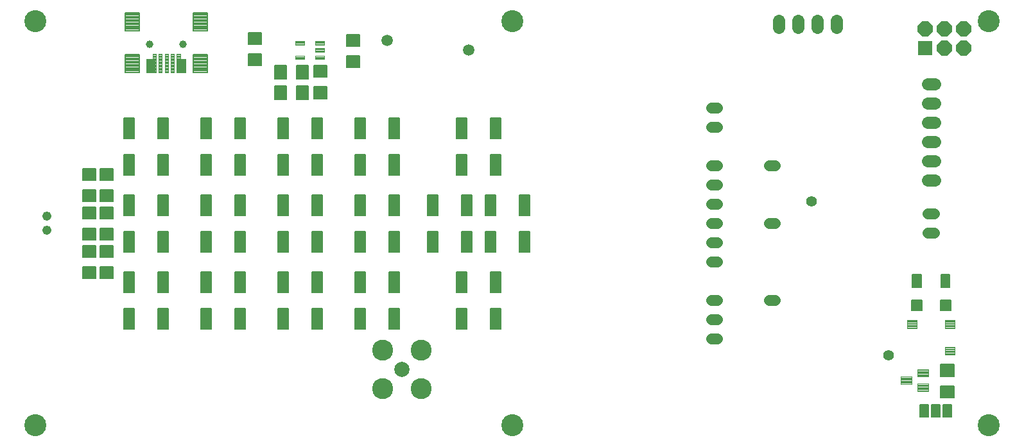
<source format=gts>
G75*
G70*
%OFA0B0*%
%FSLAX24Y24*%
%IPPOS*%
%LPD*%
%AMOC8*
5,1,8,0,0,1.08239X$1,22.5*
%
%ADD10C,0.1142*%
%ADD11R,0.0500X0.0750*%
%ADD12C,0.0790*%
%ADD13C,0.1090*%
%ADD14C,0.0552*%
%ADD15R,0.0780X0.0780*%
%ADD16OC8,0.0780*%
%ADD17C,0.0059*%
%ADD18C,0.0047*%
%ADD19C,0.0043*%
%ADD20C,0.0067*%
%ADD21C,0.0043*%
%ADD22C,0.0043*%
%ADD23C,0.0083*%
%ADD24C,0.0390*%
%ADD25C,0.0640*%
%ADD26C,0.0476*%
%ADD27C,0.0555*%
%ADD28C,0.0051*%
%ADD29C,0.0560*%
%ADD30C,0.0050*%
%ADD31C,0.0594*%
D10*
X001100Y001180D03*
X025850Y001180D03*
X050600Y001180D03*
X050600Y022180D03*
X025850Y022180D03*
X001100Y022180D03*
D11*
X007100Y019855D03*
X008700Y019855D03*
D12*
X020127Y004086D03*
D13*
X019124Y003082D03*
X021131Y003082D03*
X021131Y005090D03*
X019124Y005090D03*
D14*
X041394Y012837D03*
X045394Y004837D03*
D15*
X047293Y020774D03*
D16*
X048293Y020774D03*
X049293Y020774D03*
X049293Y021774D03*
X048293Y021774D03*
X047293Y021774D03*
D17*
X026220Y013171D02*
X026220Y012089D01*
X026220Y013171D02*
X026752Y013171D01*
X026752Y012089D01*
X026220Y012089D01*
X026220Y012147D02*
X026752Y012147D01*
X026752Y012205D02*
X026220Y012205D01*
X026220Y012263D02*
X026752Y012263D01*
X026752Y012321D02*
X026220Y012321D01*
X026220Y012379D02*
X026752Y012379D01*
X026752Y012437D02*
X026220Y012437D01*
X026220Y012495D02*
X026752Y012495D01*
X026752Y012553D02*
X026220Y012553D01*
X026220Y012611D02*
X026752Y012611D01*
X026752Y012669D02*
X026220Y012669D01*
X026220Y012727D02*
X026752Y012727D01*
X026752Y012785D02*
X026220Y012785D01*
X026220Y012843D02*
X026752Y012843D01*
X026752Y012901D02*
X026220Y012901D01*
X026220Y012959D02*
X026752Y012959D01*
X026752Y013017D02*
X026220Y013017D01*
X026220Y013075D02*
X026752Y013075D01*
X026752Y013133D02*
X026220Y013133D01*
X024448Y013171D02*
X024448Y012089D01*
X024448Y013171D02*
X024980Y013171D01*
X024980Y012089D01*
X024448Y012089D01*
X024448Y012147D02*
X024980Y012147D01*
X024980Y012205D02*
X024448Y012205D01*
X024448Y012263D02*
X024980Y012263D01*
X024980Y012321D02*
X024448Y012321D01*
X024448Y012379D02*
X024980Y012379D01*
X024980Y012437D02*
X024448Y012437D01*
X024448Y012495D02*
X024980Y012495D01*
X024980Y012553D02*
X024448Y012553D01*
X024448Y012611D02*
X024980Y012611D01*
X024980Y012669D02*
X024448Y012669D01*
X024448Y012727D02*
X024980Y012727D01*
X024980Y012785D02*
X024448Y012785D01*
X024448Y012843D02*
X024980Y012843D01*
X024980Y012901D02*
X024448Y012901D01*
X024448Y012959D02*
X024980Y012959D01*
X024980Y013017D02*
X024448Y013017D01*
X024448Y013075D02*
X024980Y013075D01*
X024980Y013133D02*
X024448Y013133D01*
X023220Y013171D02*
X023220Y012089D01*
X023220Y013171D02*
X023752Y013171D01*
X023752Y012089D01*
X023220Y012089D01*
X023220Y012147D02*
X023752Y012147D01*
X023752Y012205D02*
X023220Y012205D01*
X023220Y012263D02*
X023752Y012263D01*
X023752Y012321D02*
X023220Y012321D01*
X023220Y012379D02*
X023752Y012379D01*
X023752Y012437D02*
X023220Y012437D01*
X023220Y012495D02*
X023752Y012495D01*
X023752Y012553D02*
X023220Y012553D01*
X023220Y012611D02*
X023752Y012611D01*
X023752Y012669D02*
X023220Y012669D01*
X023220Y012727D02*
X023752Y012727D01*
X023752Y012785D02*
X023220Y012785D01*
X023220Y012843D02*
X023752Y012843D01*
X023752Y012901D02*
X023220Y012901D01*
X023220Y012959D02*
X023752Y012959D01*
X023752Y013017D02*
X023220Y013017D01*
X023220Y013075D02*
X023752Y013075D01*
X023752Y013133D02*
X023220Y013133D01*
X021448Y013171D02*
X021448Y012089D01*
X021448Y013171D02*
X021980Y013171D01*
X021980Y012089D01*
X021448Y012089D01*
X021448Y012147D02*
X021980Y012147D01*
X021980Y012205D02*
X021448Y012205D01*
X021448Y012263D02*
X021980Y012263D01*
X021980Y012321D02*
X021448Y012321D01*
X021448Y012379D02*
X021980Y012379D01*
X021980Y012437D02*
X021448Y012437D01*
X021448Y012495D02*
X021980Y012495D01*
X021980Y012553D02*
X021448Y012553D01*
X021448Y012611D02*
X021980Y012611D01*
X021980Y012669D02*
X021448Y012669D01*
X021448Y012727D02*
X021980Y012727D01*
X021980Y012785D02*
X021448Y012785D01*
X021448Y012843D02*
X021980Y012843D01*
X021980Y012901D02*
X021448Y012901D01*
X021448Y012959D02*
X021980Y012959D01*
X021980Y013017D02*
X021448Y013017D01*
X021448Y013075D02*
X021980Y013075D01*
X021980Y013133D02*
X021448Y013133D01*
X019470Y013171D02*
X019470Y012089D01*
X019470Y013171D02*
X020002Y013171D01*
X020002Y012089D01*
X019470Y012089D01*
X019470Y012147D02*
X020002Y012147D01*
X020002Y012205D02*
X019470Y012205D01*
X019470Y012263D02*
X020002Y012263D01*
X020002Y012321D02*
X019470Y012321D01*
X019470Y012379D02*
X020002Y012379D01*
X020002Y012437D02*
X019470Y012437D01*
X019470Y012495D02*
X020002Y012495D01*
X020002Y012553D02*
X019470Y012553D01*
X019470Y012611D02*
X020002Y012611D01*
X020002Y012669D02*
X019470Y012669D01*
X019470Y012727D02*
X020002Y012727D01*
X020002Y012785D02*
X019470Y012785D01*
X019470Y012843D02*
X020002Y012843D01*
X020002Y012901D02*
X019470Y012901D01*
X019470Y012959D02*
X020002Y012959D01*
X020002Y013017D02*
X019470Y013017D01*
X019470Y013075D02*
X020002Y013075D01*
X020002Y013133D02*
X019470Y013133D01*
X017698Y013171D02*
X017698Y012089D01*
X017698Y013171D02*
X018230Y013171D01*
X018230Y012089D01*
X017698Y012089D01*
X017698Y012147D02*
X018230Y012147D01*
X018230Y012205D02*
X017698Y012205D01*
X017698Y012263D02*
X018230Y012263D01*
X018230Y012321D02*
X017698Y012321D01*
X017698Y012379D02*
X018230Y012379D01*
X018230Y012437D02*
X017698Y012437D01*
X017698Y012495D02*
X018230Y012495D01*
X018230Y012553D02*
X017698Y012553D01*
X017698Y012611D02*
X018230Y012611D01*
X018230Y012669D02*
X017698Y012669D01*
X017698Y012727D02*
X018230Y012727D01*
X018230Y012785D02*
X017698Y012785D01*
X017698Y012843D02*
X018230Y012843D01*
X018230Y012901D02*
X017698Y012901D01*
X017698Y012959D02*
X018230Y012959D01*
X018230Y013017D02*
X017698Y013017D01*
X017698Y013075D02*
X018230Y013075D01*
X018230Y013133D02*
X017698Y013133D01*
X015470Y013171D02*
X015470Y012089D01*
X015470Y013171D02*
X016002Y013171D01*
X016002Y012089D01*
X015470Y012089D01*
X015470Y012147D02*
X016002Y012147D01*
X016002Y012205D02*
X015470Y012205D01*
X015470Y012263D02*
X016002Y012263D01*
X016002Y012321D02*
X015470Y012321D01*
X015470Y012379D02*
X016002Y012379D01*
X016002Y012437D02*
X015470Y012437D01*
X015470Y012495D02*
X016002Y012495D01*
X016002Y012553D02*
X015470Y012553D01*
X015470Y012611D02*
X016002Y012611D01*
X016002Y012669D02*
X015470Y012669D01*
X015470Y012727D02*
X016002Y012727D01*
X016002Y012785D02*
X015470Y012785D01*
X015470Y012843D02*
X016002Y012843D01*
X016002Y012901D02*
X015470Y012901D01*
X015470Y012959D02*
X016002Y012959D01*
X016002Y013017D02*
X015470Y013017D01*
X015470Y013075D02*
X016002Y013075D01*
X016002Y013133D02*
X015470Y013133D01*
X013698Y013171D02*
X013698Y012089D01*
X013698Y013171D02*
X014230Y013171D01*
X014230Y012089D01*
X013698Y012089D01*
X013698Y012147D02*
X014230Y012147D01*
X014230Y012205D02*
X013698Y012205D01*
X013698Y012263D02*
X014230Y012263D01*
X014230Y012321D02*
X013698Y012321D01*
X013698Y012379D02*
X014230Y012379D01*
X014230Y012437D02*
X013698Y012437D01*
X013698Y012495D02*
X014230Y012495D01*
X014230Y012553D02*
X013698Y012553D01*
X013698Y012611D02*
X014230Y012611D01*
X014230Y012669D02*
X013698Y012669D01*
X013698Y012727D02*
X014230Y012727D01*
X014230Y012785D02*
X013698Y012785D01*
X013698Y012843D02*
X014230Y012843D01*
X014230Y012901D02*
X013698Y012901D01*
X013698Y012959D02*
X014230Y012959D01*
X014230Y013017D02*
X013698Y013017D01*
X013698Y013075D02*
X014230Y013075D01*
X014230Y013133D02*
X013698Y013133D01*
X011470Y013171D02*
X011470Y012089D01*
X011470Y013171D02*
X012002Y013171D01*
X012002Y012089D01*
X011470Y012089D01*
X011470Y012147D02*
X012002Y012147D01*
X012002Y012205D02*
X011470Y012205D01*
X011470Y012263D02*
X012002Y012263D01*
X012002Y012321D02*
X011470Y012321D01*
X011470Y012379D02*
X012002Y012379D01*
X012002Y012437D02*
X011470Y012437D01*
X011470Y012495D02*
X012002Y012495D01*
X012002Y012553D02*
X011470Y012553D01*
X011470Y012611D02*
X012002Y012611D01*
X012002Y012669D02*
X011470Y012669D01*
X011470Y012727D02*
X012002Y012727D01*
X012002Y012785D02*
X011470Y012785D01*
X011470Y012843D02*
X012002Y012843D01*
X012002Y012901D02*
X011470Y012901D01*
X011470Y012959D02*
X012002Y012959D01*
X012002Y013017D02*
X011470Y013017D01*
X011470Y013075D02*
X012002Y013075D01*
X012002Y013133D02*
X011470Y013133D01*
X009698Y013171D02*
X009698Y012089D01*
X009698Y013171D02*
X010230Y013171D01*
X010230Y012089D01*
X009698Y012089D01*
X009698Y012147D02*
X010230Y012147D01*
X010230Y012205D02*
X009698Y012205D01*
X009698Y012263D02*
X010230Y012263D01*
X010230Y012321D02*
X009698Y012321D01*
X009698Y012379D02*
X010230Y012379D01*
X010230Y012437D02*
X009698Y012437D01*
X009698Y012495D02*
X010230Y012495D01*
X010230Y012553D02*
X009698Y012553D01*
X009698Y012611D02*
X010230Y012611D01*
X010230Y012669D02*
X009698Y012669D01*
X009698Y012727D02*
X010230Y012727D01*
X010230Y012785D02*
X009698Y012785D01*
X009698Y012843D02*
X010230Y012843D01*
X010230Y012901D02*
X009698Y012901D01*
X009698Y012959D02*
X010230Y012959D01*
X010230Y013017D02*
X009698Y013017D01*
X009698Y013075D02*
X010230Y013075D01*
X010230Y013133D02*
X009698Y013133D01*
X007470Y013171D02*
X007470Y012089D01*
X007470Y013171D02*
X008002Y013171D01*
X008002Y012089D01*
X007470Y012089D01*
X007470Y012147D02*
X008002Y012147D01*
X008002Y012205D02*
X007470Y012205D01*
X007470Y012263D02*
X008002Y012263D01*
X008002Y012321D02*
X007470Y012321D01*
X007470Y012379D02*
X008002Y012379D01*
X008002Y012437D02*
X007470Y012437D01*
X007470Y012495D02*
X008002Y012495D01*
X008002Y012553D02*
X007470Y012553D01*
X007470Y012611D02*
X008002Y012611D01*
X008002Y012669D02*
X007470Y012669D01*
X007470Y012727D02*
X008002Y012727D01*
X008002Y012785D02*
X007470Y012785D01*
X007470Y012843D02*
X008002Y012843D01*
X008002Y012901D02*
X007470Y012901D01*
X007470Y012959D02*
X008002Y012959D01*
X008002Y013017D02*
X007470Y013017D01*
X007470Y013075D02*
X008002Y013075D01*
X008002Y013133D02*
X007470Y013133D01*
X005698Y013171D02*
X005698Y012089D01*
X005698Y013171D02*
X006230Y013171D01*
X006230Y012089D01*
X005698Y012089D01*
X005698Y012147D02*
X006230Y012147D01*
X006230Y012205D02*
X005698Y012205D01*
X005698Y012263D02*
X006230Y012263D01*
X006230Y012321D02*
X005698Y012321D01*
X005698Y012379D02*
X006230Y012379D01*
X006230Y012437D02*
X005698Y012437D01*
X005698Y012495D02*
X006230Y012495D01*
X006230Y012553D02*
X005698Y012553D01*
X005698Y012611D02*
X006230Y012611D01*
X006230Y012669D02*
X005698Y012669D01*
X005698Y012727D02*
X006230Y012727D01*
X006230Y012785D02*
X005698Y012785D01*
X005698Y012843D02*
X006230Y012843D01*
X006230Y012901D02*
X005698Y012901D01*
X005698Y012959D02*
X006230Y012959D01*
X006230Y013017D02*
X005698Y013017D01*
X005698Y013075D02*
X006230Y013075D01*
X006230Y013133D02*
X005698Y013133D01*
X005698Y014189D02*
X005698Y015271D01*
X006230Y015271D01*
X006230Y014189D01*
X005698Y014189D01*
X005698Y014247D02*
X006230Y014247D01*
X006230Y014305D02*
X005698Y014305D01*
X005698Y014363D02*
X006230Y014363D01*
X006230Y014421D02*
X005698Y014421D01*
X005698Y014479D02*
X006230Y014479D01*
X006230Y014537D02*
X005698Y014537D01*
X005698Y014595D02*
X006230Y014595D01*
X006230Y014653D02*
X005698Y014653D01*
X005698Y014711D02*
X006230Y014711D01*
X006230Y014769D02*
X005698Y014769D01*
X005698Y014827D02*
X006230Y014827D01*
X006230Y014885D02*
X005698Y014885D01*
X005698Y014943D02*
X006230Y014943D01*
X006230Y015001D02*
X005698Y015001D01*
X005698Y015059D02*
X006230Y015059D01*
X006230Y015117D02*
X005698Y015117D01*
X005698Y015175D02*
X006230Y015175D01*
X006230Y015233D02*
X005698Y015233D01*
X007470Y015271D02*
X007470Y014189D01*
X007470Y015271D02*
X008002Y015271D01*
X008002Y014189D01*
X007470Y014189D01*
X007470Y014247D02*
X008002Y014247D01*
X008002Y014305D02*
X007470Y014305D01*
X007470Y014363D02*
X008002Y014363D01*
X008002Y014421D02*
X007470Y014421D01*
X007470Y014479D02*
X008002Y014479D01*
X008002Y014537D02*
X007470Y014537D01*
X007470Y014595D02*
X008002Y014595D01*
X008002Y014653D02*
X007470Y014653D01*
X007470Y014711D02*
X008002Y014711D01*
X008002Y014769D02*
X007470Y014769D01*
X007470Y014827D02*
X008002Y014827D01*
X008002Y014885D02*
X007470Y014885D01*
X007470Y014943D02*
X008002Y014943D01*
X008002Y015001D02*
X007470Y015001D01*
X007470Y015059D02*
X008002Y015059D01*
X008002Y015117D02*
X007470Y015117D01*
X007470Y015175D02*
X008002Y015175D01*
X008002Y015233D02*
X007470Y015233D01*
X009698Y015271D02*
X009698Y014189D01*
X009698Y015271D02*
X010230Y015271D01*
X010230Y014189D01*
X009698Y014189D01*
X009698Y014247D02*
X010230Y014247D01*
X010230Y014305D02*
X009698Y014305D01*
X009698Y014363D02*
X010230Y014363D01*
X010230Y014421D02*
X009698Y014421D01*
X009698Y014479D02*
X010230Y014479D01*
X010230Y014537D02*
X009698Y014537D01*
X009698Y014595D02*
X010230Y014595D01*
X010230Y014653D02*
X009698Y014653D01*
X009698Y014711D02*
X010230Y014711D01*
X010230Y014769D02*
X009698Y014769D01*
X009698Y014827D02*
X010230Y014827D01*
X010230Y014885D02*
X009698Y014885D01*
X009698Y014943D02*
X010230Y014943D01*
X010230Y015001D02*
X009698Y015001D01*
X009698Y015059D02*
X010230Y015059D01*
X010230Y015117D02*
X009698Y015117D01*
X009698Y015175D02*
X010230Y015175D01*
X010230Y015233D02*
X009698Y015233D01*
X011470Y015271D02*
X011470Y014189D01*
X011470Y015271D02*
X012002Y015271D01*
X012002Y014189D01*
X011470Y014189D01*
X011470Y014247D02*
X012002Y014247D01*
X012002Y014305D02*
X011470Y014305D01*
X011470Y014363D02*
X012002Y014363D01*
X012002Y014421D02*
X011470Y014421D01*
X011470Y014479D02*
X012002Y014479D01*
X012002Y014537D02*
X011470Y014537D01*
X011470Y014595D02*
X012002Y014595D01*
X012002Y014653D02*
X011470Y014653D01*
X011470Y014711D02*
X012002Y014711D01*
X012002Y014769D02*
X011470Y014769D01*
X011470Y014827D02*
X012002Y014827D01*
X012002Y014885D02*
X011470Y014885D01*
X011470Y014943D02*
X012002Y014943D01*
X012002Y015001D02*
X011470Y015001D01*
X011470Y015059D02*
X012002Y015059D01*
X012002Y015117D02*
X011470Y015117D01*
X011470Y015175D02*
X012002Y015175D01*
X012002Y015233D02*
X011470Y015233D01*
X013698Y015271D02*
X013698Y014189D01*
X013698Y015271D02*
X014230Y015271D01*
X014230Y014189D01*
X013698Y014189D01*
X013698Y014247D02*
X014230Y014247D01*
X014230Y014305D02*
X013698Y014305D01*
X013698Y014363D02*
X014230Y014363D01*
X014230Y014421D02*
X013698Y014421D01*
X013698Y014479D02*
X014230Y014479D01*
X014230Y014537D02*
X013698Y014537D01*
X013698Y014595D02*
X014230Y014595D01*
X014230Y014653D02*
X013698Y014653D01*
X013698Y014711D02*
X014230Y014711D01*
X014230Y014769D02*
X013698Y014769D01*
X013698Y014827D02*
X014230Y014827D01*
X014230Y014885D02*
X013698Y014885D01*
X013698Y014943D02*
X014230Y014943D01*
X014230Y015001D02*
X013698Y015001D01*
X013698Y015059D02*
X014230Y015059D01*
X014230Y015117D02*
X013698Y015117D01*
X013698Y015175D02*
X014230Y015175D01*
X014230Y015233D02*
X013698Y015233D01*
X015470Y015271D02*
X015470Y014189D01*
X015470Y015271D02*
X016002Y015271D01*
X016002Y014189D01*
X015470Y014189D01*
X015470Y014247D02*
X016002Y014247D01*
X016002Y014305D02*
X015470Y014305D01*
X015470Y014363D02*
X016002Y014363D01*
X016002Y014421D02*
X015470Y014421D01*
X015470Y014479D02*
X016002Y014479D01*
X016002Y014537D02*
X015470Y014537D01*
X015470Y014595D02*
X016002Y014595D01*
X016002Y014653D02*
X015470Y014653D01*
X015470Y014711D02*
X016002Y014711D01*
X016002Y014769D02*
X015470Y014769D01*
X015470Y014827D02*
X016002Y014827D01*
X016002Y014885D02*
X015470Y014885D01*
X015470Y014943D02*
X016002Y014943D01*
X016002Y015001D02*
X015470Y015001D01*
X015470Y015059D02*
X016002Y015059D01*
X016002Y015117D02*
X015470Y015117D01*
X015470Y015175D02*
X016002Y015175D01*
X016002Y015233D02*
X015470Y015233D01*
X017698Y015271D02*
X017698Y014189D01*
X017698Y015271D02*
X018230Y015271D01*
X018230Y014189D01*
X017698Y014189D01*
X017698Y014247D02*
X018230Y014247D01*
X018230Y014305D02*
X017698Y014305D01*
X017698Y014363D02*
X018230Y014363D01*
X018230Y014421D02*
X017698Y014421D01*
X017698Y014479D02*
X018230Y014479D01*
X018230Y014537D02*
X017698Y014537D01*
X017698Y014595D02*
X018230Y014595D01*
X018230Y014653D02*
X017698Y014653D01*
X017698Y014711D02*
X018230Y014711D01*
X018230Y014769D02*
X017698Y014769D01*
X017698Y014827D02*
X018230Y014827D01*
X018230Y014885D02*
X017698Y014885D01*
X017698Y014943D02*
X018230Y014943D01*
X018230Y015001D02*
X017698Y015001D01*
X017698Y015059D02*
X018230Y015059D01*
X018230Y015117D02*
X017698Y015117D01*
X017698Y015175D02*
X018230Y015175D01*
X018230Y015233D02*
X017698Y015233D01*
X019470Y015271D02*
X019470Y014189D01*
X019470Y015271D02*
X020002Y015271D01*
X020002Y014189D01*
X019470Y014189D01*
X019470Y014247D02*
X020002Y014247D01*
X020002Y014305D02*
X019470Y014305D01*
X019470Y014363D02*
X020002Y014363D01*
X020002Y014421D02*
X019470Y014421D01*
X019470Y014479D02*
X020002Y014479D01*
X020002Y014537D02*
X019470Y014537D01*
X019470Y014595D02*
X020002Y014595D01*
X020002Y014653D02*
X019470Y014653D01*
X019470Y014711D02*
X020002Y014711D01*
X020002Y014769D02*
X019470Y014769D01*
X019470Y014827D02*
X020002Y014827D01*
X020002Y014885D02*
X019470Y014885D01*
X019470Y014943D02*
X020002Y014943D01*
X020002Y015001D02*
X019470Y015001D01*
X019470Y015059D02*
X020002Y015059D01*
X020002Y015117D02*
X019470Y015117D01*
X019470Y015175D02*
X020002Y015175D01*
X020002Y015233D02*
X019470Y015233D01*
X019470Y016089D02*
X019470Y017171D01*
X020002Y017171D01*
X020002Y016089D01*
X019470Y016089D01*
X019470Y016147D02*
X020002Y016147D01*
X020002Y016205D02*
X019470Y016205D01*
X019470Y016263D02*
X020002Y016263D01*
X020002Y016321D02*
X019470Y016321D01*
X019470Y016379D02*
X020002Y016379D01*
X020002Y016437D02*
X019470Y016437D01*
X019470Y016495D02*
X020002Y016495D01*
X020002Y016553D02*
X019470Y016553D01*
X019470Y016611D02*
X020002Y016611D01*
X020002Y016669D02*
X019470Y016669D01*
X019470Y016727D02*
X020002Y016727D01*
X020002Y016785D02*
X019470Y016785D01*
X019470Y016843D02*
X020002Y016843D01*
X020002Y016901D02*
X019470Y016901D01*
X019470Y016959D02*
X020002Y016959D01*
X020002Y017017D02*
X019470Y017017D01*
X019470Y017075D02*
X020002Y017075D01*
X020002Y017133D02*
X019470Y017133D01*
X017698Y017171D02*
X017698Y016089D01*
X017698Y017171D02*
X018230Y017171D01*
X018230Y016089D01*
X017698Y016089D01*
X017698Y016147D02*
X018230Y016147D01*
X018230Y016205D02*
X017698Y016205D01*
X017698Y016263D02*
X018230Y016263D01*
X018230Y016321D02*
X017698Y016321D01*
X017698Y016379D02*
X018230Y016379D01*
X018230Y016437D02*
X017698Y016437D01*
X017698Y016495D02*
X018230Y016495D01*
X018230Y016553D02*
X017698Y016553D01*
X017698Y016611D02*
X018230Y016611D01*
X018230Y016669D02*
X017698Y016669D01*
X017698Y016727D02*
X018230Y016727D01*
X018230Y016785D02*
X017698Y016785D01*
X017698Y016843D02*
X018230Y016843D01*
X018230Y016901D02*
X017698Y016901D01*
X017698Y016959D02*
X018230Y016959D01*
X018230Y017017D02*
X017698Y017017D01*
X017698Y017075D02*
X018230Y017075D01*
X018230Y017133D02*
X017698Y017133D01*
X015470Y017171D02*
X015470Y016089D01*
X015470Y017171D02*
X016002Y017171D01*
X016002Y016089D01*
X015470Y016089D01*
X015470Y016147D02*
X016002Y016147D01*
X016002Y016205D02*
X015470Y016205D01*
X015470Y016263D02*
X016002Y016263D01*
X016002Y016321D02*
X015470Y016321D01*
X015470Y016379D02*
X016002Y016379D01*
X016002Y016437D02*
X015470Y016437D01*
X015470Y016495D02*
X016002Y016495D01*
X016002Y016553D02*
X015470Y016553D01*
X015470Y016611D02*
X016002Y016611D01*
X016002Y016669D02*
X015470Y016669D01*
X015470Y016727D02*
X016002Y016727D01*
X016002Y016785D02*
X015470Y016785D01*
X015470Y016843D02*
X016002Y016843D01*
X016002Y016901D02*
X015470Y016901D01*
X015470Y016959D02*
X016002Y016959D01*
X016002Y017017D02*
X015470Y017017D01*
X015470Y017075D02*
X016002Y017075D01*
X016002Y017133D02*
X015470Y017133D01*
X013698Y017171D02*
X013698Y016089D01*
X013698Y017171D02*
X014230Y017171D01*
X014230Y016089D01*
X013698Y016089D01*
X013698Y016147D02*
X014230Y016147D01*
X014230Y016205D02*
X013698Y016205D01*
X013698Y016263D02*
X014230Y016263D01*
X014230Y016321D02*
X013698Y016321D01*
X013698Y016379D02*
X014230Y016379D01*
X014230Y016437D02*
X013698Y016437D01*
X013698Y016495D02*
X014230Y016495D01*
X014230Y016553D02*
X013698Y016553D01*
X013698Y016611D02*
X014230Y016611D01*
X014230Y016669D02*
X013698Y016669D01*
X013698Y016727D02*
X014230Y016727D01*
X014230Y016785D02*
X013698Y016785D01*
X013698Y016843D02*
X014230Y016843D01*
X014230Y016901D02*
X013698Y016901D01*
X013698Y016959D02*
X014230Y016959D01*
X014230Y017017D02*
X013698Y017017D01*
X013698Y017075D02*
X014230Y017075D01*
X014230Y017133D02*
X013698Y017133D01*
X011470Y017171D02*
X011470Y016089D01*
X011470Y017171D02*
X012002Y017171D01*
X012002Y016089D01*
X011470Y016089D01*
X011470Y016147D02*
X012002Y016147D01*
X012002Y016205D02*
X011470Y016205D01*
X011470Y016263D02*
X012002Y016263D01*
X012002Y016321D02*
X011470Y016321D01*
X011470Y016379D02*
X012002Y016379D01*
X012002Y016437D02*
X011470Y016437D01*
X011470Y016495D02*
X012002Y016495D01*
X012002Y016553D02*
X011470Y016553D01*
X011470Y016611D02*
X012002Y016611D01*
X012002Y016669D02*
X011470Y016669D01*
X011470Y016727D02*
X012002Y016727D01*
X012002Y016785D02*
X011470Y016785D01*
X011470Y016843D02*
X012002Y016843D01*
X012002Y016901D02*
X011470Y016901D01*
X011470Y016959D02*
X012002Y016959D01*
X012002Y017017D02*
X011470Y017017D01*
X011470Y017075D02*
X012002Y017075D01*
X012002Y017133D02*
X011470Y017133D01*
X009698Y017171D02*
X009698Y016089D01*
X009698Y017171D02*
X010230Y017171D01*
X010230Y016089D01*
X009698Y016089D01*
X009698Y016147D02*
X010230Y016147D01*
X010230Y016205D02*
X009698Y016205D01*
X009698Y016263D02*
X010230Y016263D01*
X010230Y016321D02*
X009698Y016321D01*
X009698Y016379D02*
X010230Y016379D01*
X010230Y016437D02*
X009698Y016437D01*
X009698Y016495D02*
X010230Y016495D01*
X010230Y016553D02*
X009698Y016553D01*
X009698Y016611D02*
X010230Y016611D01*
X010230Y016669D02*
X009698Y016669D01*
X009698Y016727D02*
X010230Y016727D01*
X010230Y016785D02*
X009698Y016785D01*
X009698Y016843D02*
X010230Y016843D01*
X010230Y016901D02*
X009698Y016901D01*
X009698Y016959D02*
X010230Y016959D01*
X010230Y017017D02*
X009698Y017017D01*
X009698Y017075D02*
X010230Y017075D01*
X010230Y017133D02*
X009698Y017133D01*
X007470Y017171D02*
X007470Y016089D01*
X007470Y017171D02*
X008002Y017171D01*
X008002Y016089D01*
X007470Y016089D01*
X007470Y016147D02*
X008002Y016147D01*
X008002Y016205D02*
X007470Y016205D01*
X007470Y016263D02*
X008002Y016263D01*
X008002Y016321D02*
X007470Y016321D01*
X007470Y016379D02*
X008002Y016379D01*
X008002Y016437D02*
X007470Y016437D01*
X007470Y016495D02*
X008002Y016495D01*
X008002Y016553D02*
X007470Y016553D01*
X007470Y016611D02*
X008002Y016611D01*
X008002Y016669D02*
X007470Y016669D01*
X007470Y016727D02*
X008002Y016727D01*
X008002Y016785D02*
X007470Y016785D01*
X007470Y016843D02*
X008002Y016843D01*
X008002Y016901D02*
X007470Y016901D01*
X007470Y016959D02*
X008002Y016959D01*
X008002Y017017D02*
X007470Y017017D01*
X007470Y017075D02*
X008002Y017075D01*
X008002Y017133D02*
X007470Y017133D01*
X005698Y017171D02*
X005698Y016089D01*
X005698Y017171D02*
X006230Y017171D01*
X006230Y016089D01*
X005698Y016089D01*
X005698Y016147D02*
X006230Y016147D01*
X006230Y016205D02*
X005698Y016205D01*
X005698Y016263D02*
X006230Y016263D01*
X006230Y016321D02*
X005698Y016321D01*
X005698Y016379D02*
X006230Y016379D01*
X006230Y016437D02*
X005698Y016437D01*
X005698Y016495D02*
X006230Y016495D01*
X006230Y016553D02*
X005698Y016553D01*
X005698Y016611D02*
X006230Y016611D01*
X006230Y016669D02*
X005698Y016669D01*
X005698Y016727D02*
X006230Y016727D01*
X006230Y016785D02*
X005698Y016785D01*
X005698Y016843D02*
X006230Y016843D01*
X006230Y016901D02*
X005698Y016901D01*
X005698Y016959D02*
X006230Y016959D01*
X006230Y017017D02*
X005698Y017017D01*
X005698Y017075D02*
X006230Y017075D01*
X006230Y017133D02*
X005698Y017133D01*
X005698Y011271D02*
X005698Y010189D01*
X005698Y011271D02*
X006230Y011271D01*
X006230Y010189D01*
X005698Y010189D01*
X005698Y010247D02*
X006230Y010247D01*
X006230Y010305D02*
X005698Y010305D01*
X005698Y010363D02*
X006230Y010363D01*
X006230Y010421D02*
X005698Y010421D01*
X005698Y010479D02*
X006230Y010479D01*
X006230Y010537D02*
X005698Y010537D01*
X005698Y010595D02*
X006230Y010595D01*
X006230Y010653D02*
X005698Y010653D01*
X005698Y010711D02*
X006230Y010711D01*
X006230Y010769D02*
X005698Y010769D01*
X005698Y010827D02*
X006230Y010827D01*
X006230Y010885D02*
X005698Y010885D01*
X005698Y010943D02*
X006230Y010943D01*
X006230Y011001D02*
X005698Y011001D01*
X005698Y011059D02*
X006230Y011059D01*
X006230Y011117D02*
X005698Y011117D01*
X005698Y011175D02*
X006230Y011175D01*
X006230Y011233D02*
X005698Y011233D01*
X007470Y011271D02*
X007470Y010189D01*
X007470Y011271D02*
X008002Y011271D01*
X008002Y010189D01*
X007470Y010189D01*
X007470Y010247D02*
X008002Y010247D01*
X008002Y010305D02*
X007470Y010305D01*
X007470Y010363D02*
X008002Y010363D01*
X008002Y010421D02*
X007470Y010421D01*
X007470Y010479D02*
X008002Y010479D01*
X008002Y010537D02*
X007470Y010537D01*
X007470Y010595D02*
X008002Y010595D01*
X008002Y010653D02*
X007470Y010653D01*
X007470Y010711D02*
X008002Y010711D01*
X008002Y010769D02*
X007470Y010769D01*
X007470Y010827D02*
X008002Y010827D01*
X008002Y010885D02*
X007470Y010885D01*
X007470Y010943D02*
X008002Y010943D01*
X008002Y011001D02*
X007470Y011001D01*
X007470Y011059D02*
X008002Y011059D01*
X008002Y011117D02*
X007470Y011117D01*
X007470Y011175D02*
X008002Y011175D01*
X008002Y011233D02*
X007470Y011233D01*
X009698Y011271D02*
X009698Y010189D01*
X009698Y011271D02*
X010230Y011271D01*
X010230Y010189D01*
X009698Y010189D01*
X009698Y010247D02*
X010230Y010247D01*
X010230Y010305D02*
X009698Y010305D01*
X009698Y010363D02*
X010230Y010363D01*
X010230Y010421D02*
X009698Y010421D01*
X009698Y010479D02*
X010230Y010479D01*
X010230Y010537D02*
X009698Y010537D01*
X009698Y010595D02*
X010230Y010595D01*
X010230Y010653D02*
X009698Y010653D01*
X009698Y010711D02*
X010230Y010711D01*
X010230Y010769D02*
X009698Y010769D01*
X009698Y010827D02*
X010230Y010827D01*
X010230Y010885D02*
X009698Y010885D01*
X009698Y010943D02*
X010230Y010943D01*
X010230Y011001D02*
X009698Y011001D01*
X009698Y011059D02*
X010230Y011059D01*
X010230Y011117D02*
X009698Y011117D01*
X009698Y011175D02*
X010230Y011175D01*
X010230Y011233D02*
X009698Y011233D01*
X011470Y011271D02*
X011470Y010189D01*
X011470Y011271D02*
X012002Y011271D01*
X012002Y010189D01*
X011470Y010189D01*
X011470Y010247D02*
X012002Y010247D01*
X012002Y010305D02*
X011470Y010305D01*
X011470Y010363D02*
X012002Y010363D01*
X012002Y010421D02*
X011470Y010421D01*
X011470Y010479D02*
X012002Y010479D01*
X012002Y010537D02*
X011470Y010537D01*
X011470Y010595D02*
X012002Y010595D01*
X012002Y010653D02*
X011470Y010653D01*
X011470Y010711D02*
X012002Y010711D01*
X012002Y010769D02*
X011470Y010769D01*
X011470Y010827D02*
X012002Y010827D01*
X012002Y010885D02*
X011470Y010885D01*
X011470Y010943D02*
X012002Y010943D01*
X012002Y011001D02*
X011470Y011001D01*
X011470Y011059D02*
X012002Y011059D01*
X012002Y011117D02*
X011470Y011117D01*
X011470Y011175D02*
X012002Y011175D01*
X012002Y011233D02*
X011470Y011233D01*
X013698Y011271D02*
X013698Y010189D01*
X013698Y011271D02*
X014230Y011271D01*
X014230Y010189D01*
X013698Y010189D01*
X013698Y010247D02*
X014230Y010247D01*
X014230Y010305D02*
X013698Y010305D01*
X013698Y010363D02*
X014230Y010363D01*
X014230Y010421D02*
X013698Y010421D01*
X013698Y010479D02*
X014230Y010479D01*
X014230Y010537D02*
X013698Y010537D01*
X013698Y010595D02*
X014230Y010595D01*
X014230Y010653D02*
X013698Y010653D01*
X013698Y010711D02*
X014230Y010711D01*
X014230Y010769D02*
X013698Y010769D01*
X013698Y010827D02*
X014230Y010827D01*
X014230Y010885D02*
X013698Y010885D01*
X013698Y010943D02*
X014230Y010943D01*
X014230Y011001D02*
X013698Y011001D01*
X013698Y011059D02*
X014230Y011059D01*
X014230Y011117D02*
X013698Y011117D01*
X013698Y011175D02*
X014230Y011175D01*
X014230Y011233D02*
X013698Y011233D01*
X015470Y011271D02*
X015470Y010189D01*
X015470Y011271D02*
X016002Y011271D01*
X016002Y010189D01*
X015470Y010189D01*
X015470Y010247D02*
X016002Y010247D01*
X016002Y010305D02*
X015470Y010305D01*
X015470Y010363D02*
X016002Y010363D01*
X016002Y010421D02*
X015470Y010421D01*
X015470Y010479D02*
X016002Y010479D01*
X016002Y010537D02*
X015470Y010537D01*
X015470Y010595D02*
X016002Y010595D01*
X016002Y010653D02*
X015470Y010653D01*
X015470Y010711D02*
X016002Y010711D01*
X016002Y010769D02*
X015470Y010769D01*
X015470Y010827D02*
X016002Y010827D01*
X016002Y010885D02*
X015470Y010885D01*
X015470Y010943D02*
X016002Y010943D01*
X016002Y011001D02*
X015470Y011001D01*
X015470Y011059D02*
X016002Y011059D01*
X016002Y011117D02*
X015470Y011117D01*
X015470Y011175D02*
X016002Y011175D01*
X016002Y011233D02*
X015470Y011233D01*
X017698Y011271D02*
X017698Y010189D01*
X017698Y011271D02*
X018230Y011271D01*
X018230Y010189D01*
X017698Y010189D01*
X017698Y010247D02*
X018230Y010247D01*
X018230Y010305D02*
X017698Y010305D01*
X017698Y010363D02*
X018230Y010363D01*
X018230Y010421D02*
X017698Y010421D01*
X017698Y010479D02*
X018230Y010479D01*
X018230Y010537D02*
X017698Y010537D01*
X017698Y010595D02*
X018230Y010595D01*
X018230Y010653D02*
X017698Y010653D01*
X017698Y010711D02*
X018230Y010711D01*
X018230Y010769D02*
X017698Y010769D01*
X017698Y010827D02*
X018230Y010827D01*
X018230Y010885D02*
X017698Y010885D01*
X017698Y010943D02*
X018230Y010943D01*
X018230Y011001D02*
X017698Y011001D01*
X017698Y011059D02*
X018230Y011059D01*
X018230Y011117D02*
X017698Y011117D01*
X017698Y011175D02*
X018230Y011175D01*
X018230Y011233D02*
X017698Y011233D01*
X019470Y011271D02*
X019470Y010189D01*
X019470Y011271D02*
X020002Y011271D01*
X020002Y010189D01*
X019470Y010189D01*
X019470Y010247D02*
X020002Y010247D01*
X020002Y010305D02*
X019470Y010305D01*
X019470Y010363D02*
X020002Y010363D01*
X020002Y010421D02*
X019470Y010421D01*
X019470Y010479D02*
X020002Y010479D01*
X020002Y010537D02*
X019470Y010537D01*
X019470Y010595D02*
X020002Y010595D01*
X020002Y010653D02*
X019470Y010653D01*
X019470Y010711D02*
X020002Y010711D01*
X020002Y010769D02*
X019470Y010769D01*
X019470Y010827D02*
X020002Y010827D01*
X020002Y010885D02*
X019470Y010885D01*
X019470Y010943D02*
X020002Y010943D01*
X020002Y011001D02*
X019470Y011001D01*
X019470Y011059D02*
X020002Y011059D01*
X020002Y011117D02*
X019470Y011117D01*
X019470Y011175D02*
X020002Y011175D01*
X020002Y011233D02*
X019470Y011233D01*
X021448Y011271D02*
X021448Y010189D01*
X021448Y011271D02*
X021980Y011271D01*
X021980Y010189D01*
X021448Y010189D01*
X021448Y010247D02*
X021980Y010247D01*
X021980Y010305D02*
X021448Y010305D01*
X021448Y010363D02*
X021980Y010363D01*
X021980Y010421D02*
X021448Y010421D01*
X021448Y010479D02*
X021980Y010479D01*
X021980Y010537D02*
X021448Y010537D01*
X021448Y010595D02*
X021980Y010595D01*
X021980Y010653D02*
X021448Y010653D01*
X021448Y010711D02*
X021980Y010711D01*
X021980Y010769D02*
X021448Y010769D01*
X021448Y010827D02*
X021980Y010827D01*
X021980Y010885D02*
X021448Y010885D01*
X021448Y010943D02*
X021980Y010943D01*
X021980Y011001D02*
X021448Y011001D01*
X021448Y011059D02*
X021980Y011059D01*
X021980Y011117D02*
X021448Y011117D01*
X021448Y011175D02*
X021980Y011175D01*
X021980Y011233D02*
X021448Y011233D01*
X023220Y011271D02*
X023220Y010189D01*
X023220Y011271D02*
X023752Y011271D01*
X023752Y010189D01*
X023220Y010189D01*
X023220Y010247D02*
X023752Y010247D01*
X023752Y010305D02*
X023220Y010305D01*
X023220Y010363D02*
X023752Y010363D01*
X023752Y010421D02*
X023220Y010421D01*
X023220Y010479D02*
X023752Y010479D01*
X023752Y010537D02*
X023220Y010537D01*
X023220Y010595D02*
X023752Y010595D01*
X023752Y010653D02*
X023220Y010653D01*
X023220Y010711D02*
X023752Y010711D01*
X023752Y010769D02*
X023220Y010769D01*
X023220Y010827D02*
X023752Y010827D01*
X023752Y010885D02*
X023220Y010885D01*
X023220Y010943D02*
X023752Y010943D01*
X023752Y011001D02*
X023220Y011001D01*
X023220Y011059D02*
X023752Y011059D01*
X023752Y011117D02*
X023220Y011117D01*
X023220Y011175D02*
X023752Y011175D01*
X023752Y011233D02*
X023220Y011233D01*
X024448Y011271D02*
X024448Y010189D01*
X024448Y011271D02*
X024980Y011271D01*
X024980Y010189D01*
X024448Y010189D01*
X024448Y010247D02*
X024980Y010247D01*
X024980Y010305D02*
X024448Y010305D01*
X024448Y010363D02*
X024980Y010363D01*
X024980Y010421D02*
X024448Y010421D01*
X024448Y010479D02*
X024980Y010479D01*
X024980Y010537D02*
X024448Y010537D01*
X024448Y010595D02*
X024980Y010595D01*
X024980Y010653D02*
X024448Y010653D01*
X024448Y010711D02*
X024980Y010711D01*
X024980Y010769D02*
X024448Y010769D01*
X024448Y010827D02*
X024980Y010827D01*
X024980Y010885D02*
X024448Y010885D01*
X024448Y010943D02*
X024980Y010943D01*
X024980Y011001D02*
X024448Y011001D01*
X024448Y011059D02*
X024980Y011059D01*
X024980Y011117D02*
X024448Y011117D01*
X024448Y011175D02*
X024980Y011175D01*
X024980Y011233D02*
X024448Y011233D01*
X026220Y011271D02*
X026220Y010189D01*
X026220Y011271D02*
X026752Y011271D01*
X026752Y010189D01*
X026220Y010189D01*
X026220Y010247D02*
X026752Y010247D01*
X026752Y010305D02*
X026220Y010305D01*
X026220Y010363D02*
X026752Y010363D01*
X026752Y010421D02*
X026220Y010421D01*
X026220Y010479D02*
X026752Y010479D01*
X026752Y010537D02*
X026220Y010537D01*
X026220Y010595D02*
X026752Y010595D01*
X026752Y010653D02*
X026220Y010653D01*
X026220Y010711D02*
X026752Y010711D01*
X026752Y010769D02*
X026220Y010769D01*
X026220Y010827D02*
X026752Y010827D01*
X026752Y010885D02*
X026220Y010885D01*
X026220Y010943D02*
X026752Y010943D01*
X026752Y011001D02*
X026220Y011001D01*
X026220Y011059D02*
X026752Y011059D01*
X026752Y011117D02*
X026220Y011117D01*
X026220Y011175D02*
X026752Y011175D01*
X026752Y011233D02*
X026220Y011233D01*
X024720Y009171D02*
X024720Y008089D01*
X024720Y009171D02*
X025252Y009171D01*
X025252Y008089D01*
X024720Y008089D01*
X024720Y008147D02*
X025252Y008147D01*
X025252Y008205D02*
X024720Y008205D01*
X024720Y008263D02*
X025252Y008263D01*
X025252Y008321D02*
X024720Y008321D01*
X024720Y008379D02*
X025252Y008379D01*
X025252Y008437D02*
X024720Y008437D01*
X024720Y008495D02*
X025252Y008495D01*
X025252Y008553D02*
X024720Y008553D01*
X024720Y008611D02*
X025252Y008611D01*
X025252Y008669D02*
X024720Y008669D01*
X024720Y008727D02*
X025252Y008727D01*
X025252Y008785D02*
X024720Y008785D01*
X024720Y008843D02*
X025252Y008843D01*
X025252Y008901D02*
X024720Y008901D01*
X024720Y008959D02*
X025252Y008959D01*
X025252Y009017D02*
X024720Y009017D01*
X024720Y009075D02*
X025252Y009075D01*
X025252Y009133D02*
X024720Y009133D01*
X022948Y009171D02*
X022948Y008089D01*
X022948Y009171D02*
X023480Y009171D01*
X023480Y008089D01*
X022948Y008089D01*
X022948Y008147D02*
X023480Y008147D01*
X023480Y008205D02*
X022948Y008205D01*
X022948Y008263D02*
X023480Y008263D01*
X023480Y008321D02*
X022948Y008321D01*
X022948Y008379D02*
X023480Y008379D01*
X023480Y008437D02*
X022948Y008437D01*
X022948Y008495D02*
X023480Y008495D01*
X023480Y008553D02*
X022948Y008553D01*
X022948Y008611D02*
X023480Y008611D01*
X023480Y008669D02*
X022948Y008669D01*
X022948Y008727D02*
X023480Y008727D01*
X023480Y008785D02*
X022948Y008785D01*
X022948Y008843D02*
X023480Y008843D01*
X023480Y008901D02*
X022948Y008901D01*
X022948Y008959D02*
X023480Y008959D01*
X023480Y009017D02*
X022948Y009017D01*
X022948Y009075D02*
X023480Y009075D01*
X023480Y009133D02*
X022948Y009133D01*
X019470Y009171D02*
X019470Y008089D01*
X019470Y009171D02*
X020002Y009171D01*
X020002Y008089D01*
X019470Y008089D01*
X019470Y008147D02*
X020002Y008147D01*
X020002Y008205D02*
X019470Y008205D01*
X019470Y008263D02*
X020002Y008263D01*
X020002Y008321D02*
X019470Y008321D01*
X019470Y008379D02*
X020002Y008379D01*
X020002Y008437D02*
X019470Y008437D01*
X019470Y008495D02*
X020002Y008495D01*
X020002Y008553D02*
X019470Y008553D01*
X019470Y008611D02*
X020002Y008611D01*
X020002Y008669D02*
X019470Y008669D01*
X019470Y008727D02*
X020002Y008727D01*
X020002Y008785D02*
X019470Y008785D01*
X019470Y008843D02*
X020002Y008843D01*
X020002Y008901D02*
X019470Y008901D01*
X019470Y008959D02*
X020002Y008959D01*
X020002Y009017D02*
X019470Y009017D01*
X019470Y009075D02*
X020002Y009075D01*
X020002Y009133D02*
X019470Y009133D01*
X017698Y009171D02*
X017698Y008089D01*
X017698Y009171D02*
X018230Y009171D01*
X018230Y008089D01*
X017698Y008089D01*
X017698Y008147D02*
X018230Y008147D01*
X018230Y008205D02*
X017698Y008205D01*
X017698Y008263D02*
X018230Y008263D01*
X018230Y008321D02*
X017698Y008321D01*
X017698Y008379D02*
X018230Y008379D01*
X018230Y008437D02*
X017698Y008437D01*
X017698Y008495D02*
X018230Y008495D01*
X018230Y008553D02*
X017698Y008553D01*
X017698Y008611D02*
X018230Y008611D01*
X018230Y008669D02*
X017698Y008669D01*
X017698Y008727D02*
X018230Y008727D01*
X018230Y008785D02*
X017698Y008785D01*
X017698Y008843D02*
X018230Y008843D01*
X018230Y008901D02*
X017698Y008901D01*
X017698Y008959D02*
X018230Y008959D01*
X018230Y009017D02*
X017698Y009017D01*
X017698Y009075D02*
X018230Y009075D01*
X018230Y009133D02*
X017698Y009133D01*
X015470Y009171D02*
X015470Y008089D01*
X015470Y009171D02*
X016002Y009171D01*
X016002Y008089D01*
X015470Y008089D01*
X015470Y008147D02*
X016002Y008147D01*
X016002Y008205D02*
X015470Y008205D01*
X015470Y008263D02*
X016002Y008263D01*
X016002Y008321D02*
X015470Y008321D01*
X015470Y008379D02*
X016002Y008379D01*
X016002Y008437D02*
X015470Y008437D01*
X015470Y008495D02*
X016002Y008495D01*
X016002Y008553D02*
X015470Y008553D01*
X015470Y008611D02*
X016002Y008611D01*
X016002Y008669D02*
X015470Y008669D01*
X015470Y008727D02*
X016002Y008727D01*
X016002Y008785D02*
X015470Y008785D01*
X015470Y008843D02*
X016002Y008843D01*
X016002Y008901D02*
X015470Y008901D01*
X015470Y008959D02*
X016002Y008959D01*
X016002Y009017D02*
X015470Y009017D01*
X015470Y009075D02*
X016002Y009075D01*
X016002Y009133D02*
X015470Y009133D01*
X013698Y009171D02*
X013698Y008089D01*
X013698Y009171D02*
X014230Y009171D01*
X014230Y008089D01*
X013698Y008089D01*
X013698Y008147D02*
X014230Y008147D01*
X014230Y008205D02*
X013698Y008205D01*
X013698Y008263D02*
X014230Y008263D01*
X014230Y008321D02*
X013698Y008321D01*
X013698Y008379D02*
X014230Y008379D01*
X014230Y008437D02*
X013698Y008437D01*
X013698Y008495D02*
X014230Y008495D01*
X014230Y008553D02*
X013698Y008553D01*
X013698Y008611D02*
X014230Y008611D01*
X014230Y008669D02*
X013698Y008669D01*
X013698Y008727D02*
X014230Y008727D01*
X014230Y008785D02*
X013698Y008785D01*
X013698Y008843D02*
X014230Y008843D01*
X014230Y008901D02*
X013698Y008901D01*
X013698Y008959D02*
X014230Y008959D01*
X014230Y009017D02*
X013698Y009017D01*
X013698Y009075D02*
X014230Y009075D01*
X014230Y009133D02*
X013698Y009133D01*
X011470Y009171D02*
X011470Y008089D01*
X011470Y009171D02*
X012002Y009171D01*
X012002Y008089D01*
X011470Y008089D01*
X011470Y008147D02*
X012002Y008147D01*
X012002Y008205D02*
X011470Y008205D01*
X011470Y008263D02*
X012002Y008263D01*
X012002Y008321D02*
X011470Y008321D01*
X011470Y008379D02*
X012002Y008379D01*
X012002Y008437D02*
X011470Y008437D01*
X011470Y008495D02*
X012002Y008495D01*
X012002Y008553D02*
X011470Y008553D01*
X011470Y008611D02*
X012002Y008611D01*
X012002Y008669D02*
X011470Y008669D01*
X011470Y008727D02*
X012002Y008727D01*
X012002Y008785D02*
X011470Y008785D01*
X011470Y008843D02*
X012002Y008843D01*
X012002Y008901D02*
X011470Y008901D01*
X011470Y008959D02*
X012002Y008959D01*
X012002Y009017D02*
X011470Y009017D01*
X011470Y009075D02*
X012002Y009075D01*
X012002Y009133D02*
X011470Y009133D01*
X009698Y009171D02*
X009698Y008089D01*
X009698Y009171D02*
X010230Y009171D01*
X010230Y008089D01*
X009698Y008089D01*
X009698Y008147D02*
X010230Y008147D01*
X010230Y008205D02*
X009698Y008205D01*
X009698Y008263D02*
X010230Y008263D01*
X010230Y008321D02*
X009698Y008321D01*
X009698Y008379D02*
X010230Y008379D01*
X010230Y008437D02*
X009698Y008437D01*
X009698Y008495D02*
X010230Y008495D01*
X010230Y008553D02*
X009698Y008553D01*
X009698Y008611D02*
X010230Y008611D01*
X010230Y008669D02*
X009698Y008669D01*
X009698Y008727D02*
X010230Y008727D01*
X010230Y008785D02*
X009698Y008785D01*
X009698Y008843D02*
X010230Y008843D01*
X010230Y008901D02*
X009698Y008901D01*
X009698Y008959D02*
X010230Y008959D01*
X010230Y009017D02*
X009698Y009017D01*
X009698Y009075D02*
X010230Y009075D01*
X010230Y009133D02*
X009698Y009133D01*
X007470Y009171D02*
X007470Y008089D01*
X007470Y009171D02*
X008002Y009171D01*
X008002Y008089D01*
X007470Y008089D01*
X007470Y008147D02*
X008002Y008147D01*
X008002Y008205D02*
X007470Y008205D01*
X007470Y008263D02*
X008002Y008263D01*
X008002Y008321D02*
X007470Y008321D01*
X007470Y008379D02*
X008002Y008379D01*
X008002Y008437D02*
X007470Y008437D01*
X007470Y008495D02*
X008002Y008495D01*
X008002Y008553D02*
X007470Y008553D01*
X007470Y008611D02*
X008002Y008611D01*
X008002Y008669D02*
X007470Y008669D01*
X007470Y008727D02*
X008002Y008727D01*
X008002Y008785D02*
X007470Y008785D01*
X007470Y008843D02*
X008002Y008843D01*
X008002Y008901D02*
X007470Y008901D01*
X007470Y008959D02*
X008002Y008959D01*
X008002Y009017D02*
X007470Y009017D01*
X007470Y009075D02*
X008002Y009075D01*
X008002Y009133D02*
X007470Y009133D01*
X005698Y009171D02*
X005698Y008089D01*
X005698Y009171D02*
X006230Y009171D01*
X006230Y008089D01*
X005698Y008089D01*
X005698Y008147D02*
X006230Y008147D01*
X006230Y008205D02*
X005698Y008205D01*
X005698Y008263D02*
X006230Y008263D01*
X006230Y008321D02*
X005698Y008321D01*
X005698Y008379D02*
X006230Y008379D01*
X006230Y008437D02*
X005698Y008437D01*
X005698Y008495D02*
X006230Y008495D01*
X006230Y008553D02*
X005698Y008553D01*
X005698Y008611D02*
X006230Y008611D01*
X006230Y008669D02*
X005698Y008669D01*
X005698Y008727D02*
X006230Y008727D01*
X006230Y008785D02*
X005698Y008785D01*
X005698Y008843D02*
X006230Y008843D01*
X006230Y008901D02*
X005698Y008901D01*
X005698Y008959D02*
X006230Y008959D01*
X006230Y009017D02*
X005698Y009017D01*
X005698Y009075D02*
X006230Y009075D01*
X006230Y009133D02*
X005698Y009133D01*
X005698Y007271D02*
X005698Y006189D01*
X005698Y007271D02*
X006230Y007271D01*
X006230Y006189D01*
X005698Y006189D01*
X005698Y006247D02*
X006230Y006247D01*
X006230Y006305D02*
X005698Y006305D01*
X005698Y006363D02*
X006230Y006363D01*
X006230Y006421D02*
X005698Y006421D01*
X005698Y006479D02*
X006230Y006479D01*
X006230Y006537D02*
X005698Y006537D01*
X005698Y006595D02*
X006230Y006595D01*
X006230Y006653D02*
X005698Y006653D01*
X005698Y006711D02*
X006230Y006711D01*
X006230Y006769D02*
X005698Y006769D01*
X005698Y006827D02*
X006230Y006827D01*
X006230Y006885D02*
X005698Y006885D01*
X005698Y006943D02*
X006230Y006943D01*
X006230Y007001D02*
X005698Y007001D01*
X005698Y007059D02*
X006230Y007059D01*
X006230Y007117D02*
X005698Y007117D01*
X005698Y007175D02*
X006230Y007175D01*
X006230Y007233D02*
X005698Y007233D01*
X007470Y007271D02*
X007470Y006189D01*
X007470Y007271D02*
X008002Y007271D01*
X008002Y006189D01*
X007470Y006189D01*
X007470Y006247D02*
X008002Y006247D01*
X008002Y006305D02*
X007470Y006305D01*
X007470Y006363D02*
X008002Y006363D01*
X008002Y006421D02*
X007470Y006421D01*
X007470Y006479D02*
X008002Y006479D01*
X008002Y006537D02*
X007470Y006537D01*
X007470Y006595D02*
X008002Y006595D01*
X008002Y006653D02*
X007470Y006653D01*
X007470Y006711D02*
X008002Y006711D01*
X008002Y006769D02*
X007470Y006769D01*
X007470Y006827D02*
X008002Y006827D01*
X008002Y006885D02*
X007470Y006885D01*
X007470Y006943D02*
X008002Y006943D01*
X008002Y007001D02*
X007470Y007001D01*
X007470Y007059D02*
X008002Y007059D01*
X008002Y007117D02*
X007470Y007117D01*
X007470Y007175D02*
X008002Y007175D01*
X008002Y007233D02*
X007470Y007233D01*
X009698Y007271D02*
X009698Y006189D01*
X009698Y007271D02*
X010230Y007271D01*
X010230Y006189D01*
X009698Y006189D01*
X009698Y006247D02*
X010230Y006247D01*
X010230Y006305D02*
X009698Y006305D01*
X009698Y006363D02*
X010230Y006363D01*
X010230Y006421D02*
X009698Y006421D01*
X009698Y006479D02*
X010230Y006479D01*
X010230Y006537D02*
X009698Y006537D01*
X009698Y006595D02*
X010230Y006595D01*
X010230Y006653D02*
X009698Y006653D01*
X009698Y006711D02*
X010230Y006711D01*
X010230Y006769D02*
X009698Y006769D01*
X009698Y006827D02*
X010230Y006827D01*
X010230Y006885D02*
X009698Y006885D01*
X009698Y006943D02*
X010230Y006943D01*
X010230Y007001D02*
X009698Y007001D01*
X009698Y007059D02*
X010230Y007059D01*
X010230Y007117D02*
X009698Y007117D01*
X009698Y007175D02*
X010230Y007175D01*
X010230Y007233D02*
X009698Y007233D01*
X011470Y007271D02*
X011470Y006189D01*
X011470Y007271D02*
X012002Y007271D01*
X012002Y006189D01*
X011470Y006189D01*
X011470Y006247D02*
X012002Y006247D01*
X012002Y006305D02*
X011470Y006305D01*
X011470Y006363D02*
X012002Y006363D01*
X012002Y006421D02*
X011470Y006421D01*
X011470Y006479D02*
X012002Y006479D01*
X012002Y006537D02*
X011470Y006537D01*
X011470Y006595D02*
X012002Y006595D01*
X012002Y006653D02*
X011470Y006653D01*
X011470Y006711D02*
X012002Y006711D01*
X012002Y006769D02*
X011470Y006769D01*
X011470Y006827D02*
X012002Y006827D01*
X012002Y006885D02*
X011470Y006885D01*
X011470Y006943D02*
X012002Y006943D01*
X012002Y007001D02*
X011470Y007001D01*
X011470Y007059D02*
X012002Y007059D01*
X012002Y007117D02*
X011470Y007117D01*
X011470Y007175D02*
X012002Y007175D01*
X012002Y007233D02*
X011470Y007233D01*
X013698Y007271D02*
X013698Y006189D01*
X013698Y007271D02*
X014230Y007271D01*
X014230Y006189D01*
X013698Y006189D01*
X013698Y006247D02*
X014230Y006247D01*
X014230Y006305D02*
X013698Y006305D01*
X013698Y006363D02*
X014230Y006363D01*
X014230Y006421D02*
X013698Y006421D01*
X013698Y006479D02*
X014230Y006479D01*
X014230Y006537D02*
X013698Y006537D01*
X013698Y006595D02*
X014230Y006595D01*
X014230Y006653D02*
X013698Y006653D01*
X013698Y006711D02*
X014230Y006711D01*
X014230Y006769D02*
X013698Y006769D01*
X013698Y006827D02*
X014230Y006827D01*
X014230Y006885D02*
X013698Y006885D01*
X013698Y006943D02*
X014230Y006943D01*
X014230Y007001D02*
X013698Y007001D01*
X013698Y007059D02*
X014230Y007059D01*
X014230Y007117D02*
X013698Y007117D01*
X013698Y007175D02*
X014230Y007175D01*
X014230Y007233D02*
X013698Y007233D01*
X015470Y007271D02*
X015470Y006189D01*
X015470Y007271D02*
X016002Y007271D01*
X016002Y006189D01*
X015470Y006189D01*
X015470Y006247D02*
X016002Y006247D01*
X016002Y006305D02*
X015470Y006305D01*
X015470Y006363D02*
X016002Y006363D01*
X016002Y006421D02*
X015470Y006421D01*
X015470Y006479D02*
X016002Y006479D01*
X016002Y006537D02*
X015470Y006537D01*
X015470Y006595D02*
X016002Y006595D01*
X016002Y006653D02*
X015470Y006653D01*
X015470Y006711D02*
X016002Y006711D01*
X016002Y006769D02*
X015470Y006769D01*
X015470Y006827D02*
X016002Y006827D01*
X016002Y006885D02*
X015470Y006885D01*
X015470Y006943D02*
X016002Y006943D01*
X016002Y007001D02*
X015470Y007001D01*
X015470Y007059D02*
X016002Y007059D01*
X016002Y007117D02*
X015470Y007117D01*
X015470Y007175D02*
X016002Y007175D01*
X016002Y007233D02*
X015470Y007233D01*
X017698Y007271D02*
X017698Y006189D01*
X017698Y007271D02*
X018230Y007271D01*
X018230Y006189D01*
X017698Y006189D01*
X017698Y006247D02*
X018230Y006247D01*
X018230Y006305D02*
X017698Y006305D01*
X017698Y006363D02*
X018230Y006363D01*
X018230Y006421D02*
X017698Y006421D01*
X017698Y006479D02*
X018230Y006479D01*
X018230Y006537D02*
X017698Y006537D01*
X017698Y006595D02*
X018230Y006595D01*
X018230Y006653D02*
X017698Y006653D01*
X017698Y006711D02*
X018230Y006711D01*
X018230Y006769D02*
X017698Y006769D01*
X017698Y006827D02*
X018230Y006827D01*
X018230Y006885D02*
X017698Y006885D01*
X017698Y006943D02*
X018230Y006943D01*
X018230Y007001D02*
X017698Y007001D01*
X017698Y007059D02*
X018230Y007059D01*
X018230Y007117D02*
X017698Y007117D01*
X017698Y007175D02*
X018230Y007175D01*
X018230Y007233D02*
X017698Y007233D01*
X019470Y007271D02*
X019470Y006189D01*
X019470Y007271D02*
X020002Y007271D01*
X020002Y006189D01*
X019470Y006189D01*
X019470Y006247D02*
X020002Y006247D01*
X020002Y006305D02*
X019470Y006305D01*
X019470Y006363D02*
X020002Y006363D01*
X020002Y006421D02*
X019470Y006421D01*
X019470Y006479D02*
X020002Y006479D01*
X020002Y006537D02*
X019470Y006537D01*
X019470Y006595D02*
X020002Y006595D01*
X020002Y006653D02*
X019470Y006653D01*
X019470Y006711D02*
X020002Y006711D01*
X020002Y006769D02*
X019470Y006769D01*
X019470Y006827D02*
X020002Y006827D01*
X020002Y006885D02*
X019470Y006885D01*
X019470Y006943D02*
X020002Y006943D01*
X020002Y007001D02*
X019470Y007001D01*
X019470Y007059D02*
X020002Y007059D01*
X020002Y007117D02*
X019470Y007117D01*
X019470Y007175D02*
X020002Y007175D01*
X020002Y007233D02*
X019470Y007233D01*
X022948Y007271D02*
X022948Y006189D01*
X022948Y007271D02*
X023480Y007271D01*
X023480Y006189D01*
X022948Y006189D01*
X022948Y006247D02*
X023480Y006247D01*
X023480Y006305D02*
X022948Y006305D01*
X022948Y006363D02*
X023480Y006363D01*
X023480Y006421D02*
X022948Y006421D01*
X022948Y006479D02*
X023480Y006479D01*
X023480Y006537D02*
X022948Y006537D01*
X022948Y006595D02*
X023480Y006595D01*
X023480Y006653D02*
X022948Y006653D01*
X022948Y006711D02*
X023480Y006711D01*
X023480Y006769D02*
X022948Y006769D01*
X022948Y006827D02*
X023480Y006827D01*
X023480Y006885D02*
X022948Y006885D01*
X022948Y006943D02*
X023480Y006943D01*
X023480Y007001D02*
X022948Y007001D01*
X022948Y007059D02*
X023480Y007059D01*
X023480Y007117D02*
X022948Y007117D01*
X022948Y007175D02*
X023480Y007175D01*
X023480Y007233D02*
X022948Y007233D01*
X024720Y007271D02*
X024720Y006189D01*
X024720Y007271D02*
X025252Y007271D01*
X025252Y006189D01*
X024720Y006189D01*
X024720Y006247D02*
X025252Y006247D01*
X025252Y006305D02*
X024720Y006305D01*
X024720Y006363D02*
X025252Y006363D01*
X025252Y006421D02*
X024720Y006421D01*
X024720Y006479D02*
X025252Y006479D01*
X025252Y006537D02*
X024720Y006537D01*
X024720Y006595D02*
X025252Y006595D01*
X025252Y006653D02*
X024720Y006653D01*
X024720Y006711D02*
X025252Y006711D01*
X025252Y006769D02*
X024720Y006769D01*
X024720Y006827D02*
X025252Y006827D01*
X025252Y006885D02*
X024720Y006885D01*
X024720Y006943D02*
X025252Y006943D01*
X025252Y007001D02*
X024720Y007001D01*
X024720Y007059D02*
X025252Y007059D01*
X025252Y007117D02*
X024720Y007117D01*
X024720Y007175D02*
X025252Y007175D01*
X025252Y007233D02*
X024720Y007233D01*
X024720Y014189D02*
X024720Y015271D01*
X025252Y015271D01*
X025252Y014189D01*
X024720Y014189D01*
X024720Y014247D02*
X025252Y014247D01*
X025252Y014305D02*
X024720Y014305D01*
X024720Y014363D02*
X025252Y014363D01*
X025252Y014421D02*
X024720Y014421D01*
X024720Y014479D02*
X025252Y014479D01*
X025252Y014537D02*
X024720Y014537D01*
X024720Y014595D02*
X025252Y014595D01*
X025252Y014653D02*
X024720Y014653D01*
X024720Y014711D02*
X025252Y014711D01*
X025252Y014769D02*
X024720Y014769D01*
X024720Y014827D02*
X025252Y014827D01*
X025252Y014885D02*
X024720Y014885D01*
X024720Y014943D02*
X025252Y014943D01*
X025252Y015001D02*
X024720Y015001D01*
X024720Y015059D02*
X025252Y015059D01*
X025252Y015117D02*
X024720Y015117D01*
X024720Y015175D02*
X025252Y015175D01*
X025252Y015233D02*
X024720Y015233D01*
X022948Y015271D02*
X022948Y014189D01*
X022948Y015271D02*
X023480Y015271D01*
X023480Y014189D01*
X022948Y014189D01*
X022948Y014247D02*
X023480Y014247D01*
X023480Y014305D02*
X022948Y014305D01*
X022948Y014363D02*
X023480Y014363D01*
X023480Y014421D02*
X022948Y014421D01*
X022948Y014479D02*
X023480Y014479D01*
X023480Y014537D02*
X022948Y014537D01*
X022948Y014595D02*
X023480Y014595D01*
X023480Y014653D02*
X022948Y014653D01*
X022948Y014711D02*
X023480Y014711D01*
X023480Y014769D02*
X022948Y014769D01*
X022948Y014827D02*
X023480Y014827D01*
X023480Y014885D02*
X022948Y014885D01*
X022948Y014943D02*
X023480Y014943D01*
X023480Y015001D02*
X022948Y015001D01*
X022948Y015059D02*
X023480Y015059D01*
X023480Y015117D02*
X022948Y015117D01*
X022948Y015175D02*
X023480Y015175D01*
X023480Y015233D02*
X022948Y015233D01*
X022948Y016089D02*
X022948Y017171D01*
X023480Y017171D01*
X023480Y016089D01*
X022948Y016089D01*
X022948Y016147D02*
X023480Y016147D01*
X023480Y016205D02*
X022948Y016205D01*
X022948Y016263D02*
X023480Y016263D01*
X023480Y016321D02*
X022948Y016321D01*
X022948Y016379D02*
X023480Y016379D01*
X023480Y016437D02*
X022948Y016437D01*
X022948Y016495D02*
X023480Y016495D01*
X023480Y016553D02*
X022948Y016553D01*
X022948Y016611D02*
X023480Y016611D01*
X023480Y016669D02*
X022948Y016669D01*
X022948Y016727D02*
X023480Y016727D01*
X023480Y016785D02*
X022948Y016785D01*
X022948Y016843D02*
X023480Y016843D01*
X023480Y016901D02*
X022948Y016901D01*
X022948Y016959D02*
X023480Y016959D01*
X023480Y017017D02*
X022948Y017017D01*
X022948Y017075D02*
X023480Y017075D01*
X023480Y017133D02*
X022948Y017133D01*
X024720Y017171D02*
X024720Y016089D01*
X024720Y017171D02*
X025252Y017171D01*
X025252Y016089D01*
X024720Y016089D01*
X024720Y016147D02*
X025252Y016147D01*
X025252Y016205D02*
X024720Y016205D01*
X024720Y016263D02*
X025252Y016263D01*
X025252Y016321D02*
X024720Y016321D01*
X024720Y016379D02*
X025252Y016379D01*
X025252Y016437D02*
X024720Y016437D01*
X024720Y016495D02*
X025252Y016495D01*
X025252Y016553D02*
X024720Y016553D01*
X024720Y016611D02*
X025252Y016611D01*
X025252Y016669D02*
X024720Y016669D01*
X024720Y016727D02*
X025252Y016727D01*
X025252Y016785D02*
X024720Y016785D01*
X024720Y016843D02*
X025252Y016843D01*
X025252Y016901D02*
X024720Y016901D01*
X024720Y016959D02*
X025252Y016959D01*
X025252Y017017D02*
X024720Y017017D01*
X024720Y017075D02*
X025252Y017075D01*
X025252Y017133D02*
X024720Y017133D01*
X046586Y007696D02*
X047118Y007696D01*
X047118Y007164D01*
X046586Y007164D01*
X046586Y007696D01*
X046586Y007222D02*
X047118Y007222D01*
X047118Y007280D02*
X046586Y007280D01*
X046586Y007338D02*
X047118Y007338D01*
X047118Y007396D02*
X046586Y007396D01*
X046586Y007454D02*
X047118Y007454D01*
X047118Y007512D02*
X046586Y007512D01*
X046586Y007570D02*
X047118Y007570D01*
X047118Y007628D02*
X046586Y007628D01*
X046586Y007686D02*
X047118Y007686D01*
X048082Y007696D02*
X048614Y007696D01*
X048614Y007164D01*
X048082Y007164D01*
X048082Y007696D01*
X048082Y007222D02*
X048614Y007222D01*
X048614Y007280D02*
X048082Y007280D01*
X048082Y007338D02*
X048614Y007338D01*
X048614Y007396D02*
X048082Y007396D01*
X048082Y007454D02*
X048614Y007454D01*
X048614Y007512D02*
X048082Y007512D01*
X048082Y007570D02*
X048614Y007570D01*
X048614Y007628D02*
X048082Y007628D01*
X048082Y007686D02*
X048614Y007686D01*
D18*
X048837Y006643D02*
X048331Y006643D01*
X048837Y006643D02*
X048837Y006217D01*
X048331Y006217D01*
X048331Y006643D01*
X048331Y006263D02*
X048837Y006263D01*
X048837Y006309D02*
X048331Y006309D01*
X048331Y006355D02*
X048837Y006355D01*
X048837Y006401D02*
X048331Y006401D01*
X048331Y006447D02*
X048837Y006447D01*
X048837Y006493D02*
X048331Y006493D01*
X048331Y006539D02*
X048837Y006539D01*
X048837Y006585D02*
X048331Y006585D01*
X048331Y006631D02*
X048837Y006631D01*
X046869Y006643D02*
X046363Y006643D01*
X046869Y006643D02*
X046869Y006217D01*
X046363Y006217D01*
X046363Y006643D01*
X046363Y006263D02*
X046869Y006263D01*
X046869Y006309D02*
X046363Y006309D01*
X046363Y006355D02*
X046869Y006355D01*
X046869Y006401D02*
X046363Y006401D01*
X046363Y006447D02*
X046869Y006447D01*
X046869Y006493D02*
X046363Y006493D01*
X046363Y006539D02*
X046869Y006539D01*
X046869Y006585D02*
X046363Y006585D01*
X046363Y006631D02*
X046869Y006631D01*
X048331Y005265D02*
X048837Y005265D01*
X048837Y004839D01*
X048331Y004839D01*
X048331Y005265D01*
X048331Y004885D02*
X048837Y004885D01*
X048837Y004931D02*
X048331Y004931D01*
X048331Y004977D02*
X048837Y004977D01*
X048837Y005023D02*
X048331Y005023D01*
X048331Y005069D02*
X048837Y005069D01*
X048837Y005115D02*
X048331Y005115D01*
X048331Y005161D02*
X048837Y005161D01*
X048837Y005207D02*
X048331Y005207D01*
X048331Y005253D02*
X048837Y005253D01*
D19*
X047457Y004099D02*
X047457Y003709D01*
X046909Y003709D01*
X046909Y004099D01*
X047457Y004099D01*
X047457Y003751D02*
X046909Y003751D01*
X046909Y003793D02*
X047457Y003793D01*
X047457Y003835D02*
X046909Y003835D01*
X046909Y003877D02*
X047457Y003877D01*
X047457Y003919D02*
X046909Y003919D01*
X046909Y003961D02*
X047457Y003961D01*
X047457Y004003D02*
X046909Y004003D01*
X046909Y004045D02*
X047457Y004045D01*
X047457Y004087D02*
X046909Y004087D01*
X046591Y003725D02*
X046591Y003335D01*
X046043Y003335D01*
X046043Y003725D01*
X046591Y003725D01*
X046591Y003377D02*
X046043Y003377D01*
X046043Y003419D02*
X046591Y003419D01*
X046591Y003461D02*
X046043Y003461D01*
X046043Y003503D02*
X046591Y003503D01*
X046591Y003545D02*
X046043Y003545D01*
X046043Y003587D02*
X046591Y003587D01*
X046591Y003629D02*
X046043Y003629D01*
X046043Y003671D02*
X046591Y003671D01*
X046591Y003713D02*
X046043Y003713D01*
X047457Y003351D02*
X047457Y002961D01*
X046909Y002961D01*
X046909Y003351D01*
X047457Y003351D01*
X047457Y003003D02*
X046909Y003003D01*
X046909Y003045D02*
X047457Y003045D01*
X047457Y003087D02*
X046909Y003087D01*
X046909Y003129D02*
X047457Y003129D01*
X047457Y003171D02*
X046909Y003171D01*
X046909Y003213D02*
X047457Y003213D01*
X047457Y003255D02*
X046909Y003255D01*
X046909Y003297D02*
X047457Y003297D01*
X047457Y003339D02*
X046909Y003339D01*
D20*
X048792Y003222D02*
X048792Y002618D01*
X048108Y002618D01*
X048108Y003222D01*
X048792Y003222D01*
X048792Y002684D02*
X048108Y002684D01*
X048108Y002750D02*
X048792Y002750D01*
X048792Y002816D02*
X048108Y002816D01*
X048108Y002882D02*
X048792Y002882D01*
X048792Y002948D02*
X048108Y002948D01*
X048108Y003014D02*
X048792Y003014D01*
X048792Y003080D02*
X048108Y003080D01*
X048108Y003146D02*
X048792Y003146D01*
X048792Y003212D02*
X048108Y003212D01*
X048792Y003738D02*
X048792Y004342D01*
X048792Y003738D02*
X048108Y003738D01*
X048108Y004342D01*
X048792Y004342D01*
X048792Y003804D02*
X048108Y003804D01*
X048108Y003870D02*
X048792Y003870D01*
X048792Y003936D02*
X048108Y003936D01*
X048108Y004002D02*
X048792Y004002D01*
X048792Y004068D02*
X048108Y004068D01*
X048108Y004134D02*
X048792Y004134D01*
X048792Y004200D02*
X048108Y004200D01*
X048108Y004266D02*
X048792Y004266D01*
X048792Y004332D02*
X048108Y004332D01*
X015558Y018168D02*
X015558Y018772D01*
X016242Y018772D01*
X016242Y018168D01*
X015558Y018168D01*
X015558Y018234D02*
X016242Y018234D01*
X016242Y018300D02*
X015558Y018300D01*
X015558Y018366D02*
X016242Y018366D01*
X016242Y018432D02*
X015558Y018432D01*
X015558Y018498D02*
X016242Y018498D01*
X016242Y018564D02*
X015558Y018564D01*
X015558Y018630D02*
X016242Y018630D01*
X016242Y018696D02*
X015558Y018696D01*
X015558Y018762D02*
X016242Y018762D01*
X015262Y018138D02*
X014658Y018138D01*
X014658Y018822D01*
X015262Y018822D01*
X015262Y018138D01*
X015262Y018204D02*
X014658Y018204D01*
X014658Y018270D02*
X015262Y018270D01*
X015262Y018336D02*
X014658Y018336D01*
X014658Y018402D02*
X015262Y018402D01*
X015262Y018468D02*
X014658Y018468D01*
X014658Y018534D02*
X015262Y018534D01*
X015262Y018600D02*
X014658Y018600D01*
X014658Y018666D02*
X015262Y018666D01*
X015262Y018732D02*
X014658Y018732D01*
X014658Y018798D02*
X015262Y018798D01*
X014142Y018138D02*
X013538Y018138D01*
X013538Y018822D01*
X014142Y018822D01*
X014142Y018138D01*
X014142Y018204D02*
X013538Y018204D01*
X013538Y018270D02*
X014142Y018270D01*
X014142Y018336D02*
X013538Y018336D01*
X013538Y018402D02*
X014142Y018402D01*
X014142Y018468D02*
X013538Y018468D01*
X013538Y018534D02*
X014142Y018534D01*
X014142Y018600D02*
X013538Y018600D01*
X013538Y018666D02*
X014142Y018666D01*
X014142Y018732D02*
X013538Y018732D01*
X013538Y018798D02*
X014142Y018798D01*
X014142Y019872D02*
X013538Y019872D01*
X014142Y019872D02*
X014142Y019188D01*
X013538Y019188D01*
X013538Y019872D01*
X013538Y019254D02*
X014142Y019254D01*
X014142Y019320D02*
X013538Y019320D01*
X013538Y019386D02*
X014142Y019386D01*
X014142Y019452D02*
X013538Y019452D01*
X013538Y019518D02*
X014142Y019518D01*
X014142Y019584D02*
X013538Y019584D01*
X013538Y019650D02*
X014142Y019650D01*
X014142Y019716D02*
X013538Y019716D01*
X013538Y019782D02*
X014142Y019782D01*
X014142Y019848D02*
X013538Y019848D01*
X012159Y019877D02*
X012159Y020481D01*
X012841Y020481D01*
X012841Y019877D01*
X012159Y019877D01*
X012159Y019943D02*
X012841Y019943D01*
X012841Y020009D02*
X012159Y020009D01*
X012159Y020075D02*
X012841Y020075D01*
X012841Y020141D02*
X012159Y020141D01*
X012159Y020207D02*
X012841Y020207D01*
X012841Y020273D02*
X012159Y020273D01*
X012159Y020339D02*
X012841Y020339D01*
X012841Y020405D02*
X012159Y020405D01*
X012159Y020471D02*
X012841Y020471D01*
X012159Y020979D02*
X012159Y021583D01*
X012841Y021583D01*
X012841Y020979D01*
X012159Y020979D01*
X012159Y021045D02*
X012841Y021045D01*
X012841Y021111D02*
X012159Y021111D01*
X012159Y021177D02*
X012841Y021177D01*
X012841Y021243D02*
X012159Y021243D01*
X012159Y021309D02*
X012841Y021309D01*
X012841Y021375D02*
X012159Y021375D01*
X012159Y021441D02*
X012841Y021441D01*
X012841Y021507D02*
X012159Y021507D01*
X012159Y021573D02*
X012841Y021573D01*
X014658Y019872D02*
X015262Y019872D01*
X015262Y019188D01*
X014658Y019188D01*
X014658Y019872D01*
X014658Y019254D02*
X015262Y019254D01*
X015262Y019320D02*
X014658Y019320D01*
X014658Y019386D02*
X015262Y019386D01*
X015262Y019452D02*
X014658Y019452D01*
X014658Y019518D02*
X015262Y019518D01*
X015262Y019584D02*
X014658Y019584D01*
X014658Y019650D02*
X015262Y019650D01*
X015262Y019716D02*
X014658Y019716D01*
X014658Y019782D02*
X015262Y019782D01*
X015262Y019848D02*
X014658Y019848D01*
X015558Y019892D02*
X015558Y019288D01*
X015558Y019892D02*
X016242Y019892D01*
X016242Y019288D01*
X015558Y019288D01*
X015558Y019354D02*
X016242Y019354D01*
X016242Y019420D02*
X015558Y019420D01*
X015558Y019486D02*
X016242Y019486D01*
X016242Y019552D02*
X015558Y019552D01*
X015558Y019618D02*
X016242Y019618D01*
X016242Y019684D02*
X015558Y019684D01*
X015558Y019750D02*
X016242Y019750D01*
X016242Y019816D02*
X015558Y019816D01*
X015558Y019882D02*
X016242Y019882D01*
X017259Y019777D02*
X017259Y020381D01*
X017941Y020381D01*
X017941Y019777D01*
X017259Y019777D01*
X017259Y019843D02*
X017941Y019843D01*
X017941Y019909D02*
X017259Y019909D01*
X017259Y019975D02*
X017941Y019975D01*
X017941Y020041D02*
X017259Y020041D01*
X017259Y020107D02*
X017941Y020107D01*
X017941Y020173D02*
X017259Y020173D01*
X017259Y020239D02*
X017941Y020239D01*
X017941Y020305D02*
X017259Y020305D01*
X017259Y020371D02*
X017941Y020371D01*
X017259Y020879D02*
X017259Y021483D01*
X017941Y021483D01*
X017941Y020879D01*
X017259Y020879D01*
X017259Y020945D02*
X017941Y020945D01*
X017941Y021011D02*
X017259Y021011D01*
X017259Y021077D02*
X017941Y021077D01*
X017941Y021143D02*
X017259Y021143D01*
X017259Y021209D02*
X017941Y021209D01*
X017941Y021275D02*
X017259Y021275D01*
X017259Y021341D02*
X017941Y021341D01*
X017941Y021407D02*
X017259Y021407D01*
X017259Y021473D02*
X017941Y021473D01*
X005141Y014533D02*
X005141Y013929D01*
X004459Y013929D01*
X004459Y014533D01*
X005141Y014533D01*
X005141Y013995D02*
X004459Y013995D01*
X004459Y014061D02*
X005141Y014061D01*
X005141Y014127D02*
X004459Y014127D01*
X004459Y014193D02*
X005141Y014193D01*
X005141Y014259D02*
X004459Y014259D01*
X004459Y014325D02*
X005141Y014325D01*
X005141Y014391D02*
X004459Y014391D01*
X004459Y014457D02*
X005141Y014457D01*
X005141Y014523D02*
X004459Y014523D01*
X004241Y014533D02*
X004241Y013929D01*
X003559Y013929D01*
X003559Y014533D01*
X004241Y014533D01*
X004241Y013995D02*
X003559Y013995D01*
X003559Y014061D02*
X004241Y014061D01*
X004241Y014127D02*
X003559Y014127D01*
X003559Y014193D02*
X004241Y014193D01*
X004241Y014259D02*
X003559Y014259D01*
X003559Y014325D02*
X004241Y014325D01*
X004241Y014391D02*
X003559Y014391D01*
X003559Y014457D02*
X004241Y014457D01*
X004241Y014523D02*
X003559Y014523D01*
X004241Y013431D02*
X004241Y012827D01*
X003559Y012827D01*
X003559Y013431D01*
X004241Y013431D01*
X004241Y012893D02*
X003559Y012893D01*
X003559Y012959D02*
X004241Y012959D01*
X004241Y013025D02*
X003559Y013025D01*
X003559Y013091D02*
X004241Y013091D01*
X004241Y013157D02*
X003559Y013157D01*
X003559Y013223D02*
X004241Y013223D01*
X004241Y013289D02*
X003559Y013289D01*
X003559Y013355D02*
X004241Y013355D01*
X004241Y013421D02*
X003559Y013421D01*
X005141Y013431D02*
X005141Y012827D01*
X004459Y012827D01*
X004459Y013431D01*
X005141Y013431D01*
X005141Y012893D02*
X004459Y012893D01*
X004459Y012959D02*
X005141Y012959D01*
X005141Y013025D02*
X004459Y013025D01*
X004459Y013091D02*
X005141Y013091D01*
X005141Y013157D02*
X004459Y013157D01*
X004459Y013223D02*
X005141Y013223D01*
X005141Y013289D02*
X004459Y013289D01*
X004459Y013355D02*
X005141Y013355D01*
X005141Y013421D02*
X004459Y013421D01*
X005141Y012533D02*
X005141Y011929D01*
X004459Y011929D01*
X004459Y012533D01*
X005141Y012533D01*
X005141Y011995D02*
X004459Y011995D01*
X004459Y012061D02*
X005141Y012061D01*
X005141Y012127D02*
X004459Y012127D01*
X004459Y012193D02*
X005141Y012193D01*
X005141Y012259D02*
X004459Y012259D01*
X004459Y012325D02*
X005141Y012325D01*
X005141Y012391D02*
X004459Y012391D01*
X004459Y012457D02*
X005141Y012457D01*
X005141Y012523D02*
X004459Y012523D01*
X004241Y012533D02*
X004241Y011929D01*
X003559Y011929D01*
X003559Y012533D01*
X004241Y012533D01*
X004241Y011995D02*
X003559Y011995D01*
X003559Y012061D02*
X004241Y012061D01*
X004241Y012127D02*
X003559Y012127D01*
X003559Y012193D02*
X004241Y012193D01*
X004241Y012259D02*
X003559Y012259D01*
X003559Y012325D02*
X004241Y012325D01*
X004241Y012391D02*
X003559Y012391D01*
X003559Y012457D02*
X004241Y012457D01*
X004241Y012523D02*
X003559Y012523D01*
X004241Y011431D02*
X004241Y010827D01*
X003559Y010827D01*
X003559Y011431D01*
X004241Y011431D01*
X004241Y010893D02*
X003559Y010893D01*
X003559Y010959D02*
X004241Y010959D01*
X004241Y011025D02*
X003559Y011025D01*
X003559Y011091D02*
X004241Y011091D01*
X004241Y011157D02*
X003559Y011157D01*
X003559Y011223D02*
X004241Y011223D01*
X004241Y011289D02*
X003559Y011289D01*
X003559Y011355D02*
X004241Y011355D01*
X004241Y011421D02*
X003559Y011421D01*
X005141Y011431D02*
X005141Y010827D01*
X004459Y010827D01*
X004459Y011431D01*
X005141Y011431D01*
X005141Y010893D02*
X004459Y010893D01*
X004459Y010959D02*
X005141Y010959D01*
X005141Y011025D02*
X004459Y011025D01*
X004459Y011091D02*
X005141Y011091D01*
X005141Y011157D02*
X004459Y011157D01*
X004459Y011223D02*
X005141Y011223D01*
X005141Y011289D02*
X004459Y011289D01*
X004459Y011355D02*
X005141Y011355D01*
X005141Y011421D02*
X004459Y011421D01*
X005141Y010533D02*
X005141Y009929D01*
X004459Y009929D01*
X004459Y010533D01*
X005141Y010533D01*
X005141Y009995D02*
X004459Y009995D01*
X004459Y010061D02*
X005141Y010061D01*
X005141Y010127D02*
X004459Y010127D01*
X004459Y010193D02*
X005141Y010193D01*
X005141Y010259D02*
X004459Y010259D01*
X004459Y010325D02*
X005141Y010325D01*
X005141Y010391D02*
X004459Y010391D01*
X004459Y010457D02*
X005141Y010457D01*
X005141Y010523D02*
X004459Y010523D01*
X004241Y010533D02*
X004241Y009929D01*
X003559Y009929D01*
X003559Y010533D01*
X004241Y010533D01*
X004241Y009995D02*
X003559Y009995D01*
X003559Y010061D02*
X004241Y010061D01*
X004241Y010127D02*
X003559Y010127D01*
X003559Y010193D02*
X004241Y010193D01*
X004241Y010259D02*
X003559Y010259D01*
X003559Y010325D02*
X004241Y010325D01*
X004241Y010391D02*
X003559Y010391D01*
X003559Y010457D02*
X004241Y010457D01*
X004241Y010523D02*
X003559Y010523D01*
X004241Y009431D02*
X004241Y008827D01*
X003559Y008827D01*
X003559Y009431D01*
X004241Y009431D01*
X004241Y008893D02*
X003559Y008893D01*
X003559Y008959D02*
X004241Y008959D01*
X004241Y009025D02*
X003559Y009025D01*
X003559Y009091D02*
X004241Y009091D01*
X004241Y009157D02*
X003559Y009157D01*
X003559Y009223D02*
X004241Y009223D01*
X004241Y009289D02*
X003559Y009289D01*
X003559Y009355D02*
X004241Y009355D01*
X004241Y009421D02*
X003559Y009421D01*
X005141Y009431D02*
X005141Y008827D01*
X004459Y008827D01*
X004459Y009431D01*
X005141Y009431D01*
X005141Y008893D02*
X004459Y008893D01*
X004459Y008959D02*
X005141Y008959D01*
X005141Y009025D02*
X004459Y009025D01*
X004459Y009091D02*
X005141Y009091D01*
X005141Y009157D02*
X004459Y009157D01*
X004459Y009223D02*
X005141Y009223D01*
X005141Y009289D02*
X004459Y009289D01*
X004459Y009355D02*
X005141Y009355D01*
X005141Y009421D02*
X004459Y009421D01*
D21*
X015064Y020208D02*
X015064Y020404D01*
X015064Y020208D02*
X014612Y020208D01*
X014612Y020404D01*
X015064Y020404D01*
X015064Y020250D02*
X014612Y020250D01*
X014612Y020292D02*
X015064Y020292D01*
X015064Y020334D02*
X014612Y020334D01*
X014612Y020376D02*
X015064Y020376D01*
X016088Y020404D02*
X016088Y020208D01*
X015636Y020208D01*
X015636Y020404D01*
X016088Y020404D01*
X016088Y020250D02*
X015636Y020250D01*
X015636Y020292D02*
X016088Y020292D01*
X016088Y020334D02*
X015636Y020334D01*
X015636Y020376D02*
X016088Y020376D01*
X016088Y020582D02*
X016088Y020778D01*
X016088Y020582D02*
X015636Y020582D01*
X015636Y020778D01*
X016088Y020778D01*
X016088Y020624D02*
X015636Y020624D01*
X015636Y020666D02*
X016088Y020666D01*
X016088Y020708D02*
X015636Y020708D01*
X015636Y020750D02*
X016088Y020750D01*
X016088Y020956D02*
X016088Y021152D01*
X016088Y020956D02*
X015636Y020956D01*
X015636Y021152D01*
X016088Y021152D01*
X016088Y020998D02*
X015636Y020998D01*
X015636Y021040D02*
X016088Y021040D01*
X016088Y021082D02*
X015636Y021082D01*
X015636Y021124D02*
X016088Y021124D01*
X015064Y021152D02*
X015064Y020956D01*
X014612Y020956D01*
X014612Y021152D01*
X015064Y021152D01*
X015064Y020998D02*
X014612Y020998D01*
X014612Y021040D02*
X015064Y021040D01*
X015064Y021082D02*
X014612Y021082D01*
X014612Y021124D02*
X015064Y021124D01*
D22*
X008443Y020477D02*
X008443Y019515D01*
X008443Y020477D02*
X008617Y020477D01*
X008617Y019515D01*
X008443Y019515D01*
X008443Y019557D02*
X008617Y019557D01*
X008617Y019599D02*
X008443Y019599D01*
X008443Y019641D02*
X008617Y019641D01*
X008617Y019683D02*
X008443Y019683D01*
X008443Y019725D02*
X008617Y019725D01*
X008617Y019767D02*
X008443Y019767D01*
X008443Y019809D02*
X008617Y019809D01*
X008617Y019851D02*
X008443Y019851D01*
X008443Y019893D02*
X008617Y019893D01*
X008617Y019935D02*
X008443Y019935D01*
X008443Y019977D02*
X008617Y019977D01*
X008617Y020019D02*
X008443Y020019D01*
X008443Y020061D02*
X008617Y020061D01*
X008617Y020103D02*
X008443Y020103D01*
X008443Y020145D02*
X008617Y020145D01*
X008617Y020187D02*
X008443Y020187D01*
X008443Y020229D02*
X008617Y020229D01*
X008617Y020271D02*
X008443Y020271D01*
X008443Y020313D02*
X008617Y020313D01*
X008617Y020355D02*
X008443Y020355D01*
X008443Y020397D02*
X008617Y020397D01*
X008617Y020439D02*
X008443Y020439D01*
X008128Y020477D02*
X008128Y019515D01*
X008128Y020477D02*
X008302Y020477D01*
X008302Y019515D01*
X008128Y019515D01*
X008128Y019557D02*
X008302Y019557D01*
X008302Y019599D02*
X008128Y019599D01*
X008128Y019641D02*
X008302Y019641D01*
X008302Y019683D02*
X008128Y019683D01*
X008128Y019725D02*
X008302Y019725D01*
X008302Y019767D02*
X008128Y019767D01*
X008128Y019809D02*
X008302Y019809D01*
X008302Y019851D02*
X008128Y019851D01*
X008128Y019893D02*
X008302Y019893D01*
X008302Y019935D02*
X008128Y019935D01*
X008128Y019977D02*
X008302Y019977D01*
X008302Y020019D02*
X008128Y020019D01*
X008128Y020061D02*
X008302Y020061D01*
X008302Y020103D02*
X008128Y020103D01*
X008128Y020145D02*
X008302Y020145D01*
X008302Y020187D02*
X008128Y020187D01*
X008128Y020229D02*
X008302Y020229D01*
X008302Y020271D02*
X008128Y020271D01*
X008128Y020313D02*
X008302Y020313D01*
X008302Y020355D02*
X008128Y020355D01*
X008128Y020397D02*
X008302Y020397D01*
X008302Y020439D02*
X008128Y020439D01*
X007813Y020477D02*
X007813Y019515D01*
X007813Y020477D02*
X007987Y020477D01*
X007987Y019515D01*
X007813Y019515D01*
X007813Y019557D02*
X007987Y019557D01*
X007987Y019599D02*
X007813Y019599D01*
X007813Y019641D02*
X007987Y019641D01*
X007987Y019683D02*
X007813Y019683D01*
X007813Y019725D02*
X007987Y019725D01*
X007987Y019767D02*
X007813Y019767D01*
X007813Y019809D02*
X007987Y019809D01*
X007987Y019851D02*
X007813Y019851D01*
X007813Y019893D02*
X007987Y019893D01*
X007987Y019935D02*
X007813Y019935D01*
X007813Y019977D02*
X007987Y019977D01*
X007987Y020019D02*
X007813Y020019D01*
X007813Y020061D02*
X007987Y020061D01*
X007987Y020103D02*
X007813Y020103D01*
X007813Y020145D02*
X007987Y020145D01*
X007987Y020187D02*
X007813Y020187D01*
X007813Y020229D02*
X007987Y020229D01*
X007987Y020271D02*
X007813Y020271D01*
X007813Y020313D02*
X007987Y020313D01*
X007987Y020355D02*
X007813Y020355D01*
X007813Y020397D02*
X007987Y020397D01*
X007987Y020439D02*
X007813Y020439D01*
X007498Y020477D02*
X007498Y019515D01*
X007498Y020477D02*
X007672Y020477D01*
X007672Y019515D01*
X007498Y019515D01*
X007498Y019557D02*
X007672Y019557D01*
X007672Y019599D02*
X007498Y019599D01*
X007498Y019641D02*
X007672Y019641D01*
X007672Y019683D02*
X007498Y019683D01*
X007498Y019725D02*
X007672Y019725D01*
X007672Y019767D02*
X007498Y019767D01*
X007498Y019809D02*
X007672Y019809D01*
X007672Y019851D02*
X007498Y019851D01*
X007498Y019893D02*
X007672Y019893D01*
X007672Y019935D02*
X007498Y019935D01*
X007498Y019977D02*
X007672Y019977D01*
X007672Y020019D02*
X007498Y020019D01*
X007498Y020061D02*
X007672Y020061D01*
X007672Y020103D02*
X007498Y020103D01*
X007498Y020145D02*
X007672Y020145D01*
X007672Y020187D02*
X007498Y020187D01*
X007498Y020229D02*
X007672Y020229D01*
X007672Y020271D02*
X007498Y020271D01*
X007498Y020313D02*
X007672Y020313D01*
X007672Y020355D02*
X007498Y020355D01*
X007498Y020397D02*
X007672Y020397D01*
X007672Y020439D02*
X007498Y020439D01*
X007183Y020477D02*
X007183Y019515D01*
X007183Y020477D02*
X007357Y020477D01*
X007357Y019515D01*
X007183Y019515D01*
X007183Y019557D02*
X007357Y019557D01*
X007357Y019599D02*
X007183Y019599D01*
X007183Y019641D02*
X007357Y019641D01*
X007357Y019683D02*
X007183Y019683D01*
X007183Y019725D02*
X007357Y019725D01*
X007357Y019767D02*
X007183Y019767D01*
X007183Y019809D02*
X007357Y019809D01*
X007357Y019851D02*
X007183Y019851D01*
X007183Y019893D02*
X007357Y019893D01*
X007357Y019935D02*
X007183Y019935D01*
X007183Y019977D02*
X007357Y019977D01*
X007357Y020019D02*
X007183Y020019D01*
X007183Y020061D02*
X007357Y020061D01*
X007357Y020103D02*
X007183Y020103D01*
X007183Y020145D02*
X007357Y020145D01*
X007357Y020187D02*
X007183Y020187D01*
X007183Y020229D02*
X007357Y020229D01*
X007357Y020271D02*
X007183Y020271D01*
X007183Y020313D02*
X007357Y020313D01*
X007357Y020355D02*
X007183Y020355D01*
X007183Y020397D02*
X007357Y020397D01*
X007357Y020439D02*
X007183Y020439D01*
D23*
X005756Y020467D02*
X005756Y019525D01*
X005756Y020467D02*
X006500Y020467D01*
X006500Y019525D01*
X005756Y019525D01*
X005756Y019607D02*
X006500Y019607D01*
X006500Y019689D02*
X005756Y019689D01*
X005756Y019771D02*
X006500Y019771D01*
X006500Y019853D02*
X005756Y019853D01*
X005756Y019935D02*
X006500Y019935D01*
X006500Y020017D02*
X005756Y020017D01*
X005756Y020099D02*
X006500Y020099D01*
X006500Y020181D02*
X005756Y020181D01*
X005756Y020263D02*
X006500Y020263D01*
X006500Y020345D02*
X005756Y020345D01*
X005756Y020427D02*
X006500Y020427D01*
X009300Y020467D02*
X009300Y019525D01*
X009300Y020467D02*
X010044Y020467D01*
X010044Y019525D01*
X009300Y019525D01*
X009300Y019607D02*
X010044Y019607D01*
X010044Y019689D02*
X009300Y019689D01*
X009300Y019771D02*
X010044Y019771D01*
X010044Y019853D02*
X009300Y019853D01*
X009300Y019935D02*
X010044Y019935D01*
X010044Y020017D02*
X009300Y020017D01*
X009300Y020099D02*
X010044Y020099D01*
X010044Y020181D02*
X009300Y020181D01*
X009300Y020263D02*
X010044Y020263D01*
X010044Y020345D02*
X009300Y020345D01*
X009300Y020427D02*
X010044Y020427D01*
X009300Y021690D02*
X009300Y022632D01*
X010044Y022632D01*
X010044Y021690D01*
X009300Y021690D01*
X009300Y021772D02*
X010044Y021772D01*
X010044Y021854D02*
X009300Y021854D01*
X009300Y021936D02*
X010044Y021936D01*
X010044Y022018D02*
X009300Y022018D01*
X009300Y022100D02*
X010044Y022100D01*
X010044Y022182D02*
X009300Y022182D01*
X009300Y022264D02*
X010044Y022264D01*
X010044Y022346D02*
X009300Y022346D01*
X009300Y022428D02*
X010044Y022428D01*
X010044Y022510D02*
X009300Y022510D01*
X009300Y022592D02*
X010044Y022592D01*
X005756Y022632D02*
X005756Y021690D01*
X005756Y022632D02*
X006500Y022632D01*
X006500Y021690D01*
X005756Y021690D01*
X005756Y021772D02*
X006500Y021772D01*
X006500Y021854D02*
X005756Y021854D01*
X005756Y021936D02*
X006500Y021936D01*
X006500Y022018D02*
X005756Y022018D01*
X005756Y022100D02*
X006500Y022100D01*
X006500Y022182D02*
X005756Y022182D01*
X005756Y022264D02*
X006500Y022264D01*
X006500Y022346D02*
X005756Y022346D01*
X005756Y022428D02*
X006500Y022428D01*
X006500Y022510D02*
X005756Y022510D01*
X005756Y022592D02*
X006500Y022592D01*
D24*
X007034Y020980D03*
X008766Y020980D03*
D25*
X039700Y021850D02*
X039700Y022210D01*
X040700Y022210D02*
X040700Y021850D01*
X041700Y021850D02*
X041700Y022210D01*
X042700Y022210D02*
X042700Y021850D01*
X047420Y018930D02*
X047780Y018930D01*
X047780Y017930D02*
X047420Y017930D01*
X047420Y016930D02*
X047780Y016930D01*
X047780Y015930D02*
X047420Y015930D01*
X047420Y014930D02*
X047780Y014930D01*
X047780Y013930D02*
X047420Y013930D01*
D26*
X001706Y012054D03*
X001706Y011306D03*
D27*
X047446Y011180D02*
X047754Y011180D01*
X047754Y012180D02*
X047446Y012180D01*
D28*
X047083Y009009D02*
X047083Y008351D01*
X046621Y008351D01*
X046621Y009009D01*
X047083Y009009D01*
X047083Y008401D02*
X046621Y008401D01*
X046621Y008451D02*
X047083Y008451D01*
X047083Y008501D02*
X046621Y008501D01*
X046621Y008551D02*
X047083Y008551D01*
X047083Y008601D02*
X046621Y008601D01*
X046621Y008651D02*
X047083Y008651D01*
X047083Y008701D02*
X046621Y008701D01*
X046621Y008751D02*
X047083Y008751D01*
X047083Y008801D02*
X046621Y008801D01*
X046621Y008851D02*
X047083Y008851D01*
X047083Y008901D02*
X046621Y008901D01*
X046621Y008951D02*
X047083Y008951D01*
X047083Y009001D02*
X046621Y009001D01*
X048579Y009009D02*
X048579Y008351D01*
X048117Y008351D01*
X048117Y009009D01*
X048579Y009009D01*
X048579Y008401D02*
X048117Y008401D01*
X048117Y008451D02*
X048579Y008451D01*
X048579Y008501D02*
X048117Y008501D01*
X048117Y008551D02*
X048579Y008551D01*
X048579Y008601D02*
X048117Y008601D01*
X048117Y008651D02*
X048579Y008651D01*
X048579Y008701D02*
X048117Y008701D01*
X048117Y008751D02*
X048579Y008751D01*
X048579Y008801D02*
X048117Y008801D01*
X048117Y008851D02*
X048579Y008851D01*
X048579Y008901D02*
X048117Y008901D01*
X048117Y008951D02*
X048579Y008951D01*
X048579Y009001D02*
X048117Y009001D01*
D29*
X039506Y007680D02*
X039194Y007680D01*
X036506Y007680D02*
X036194Y007680D01*
X036194Y006680D02*
X036506Y006680D01*
X036506Y005680D02*
X036194Y005680D01*
X036194Y009680D02*
X036506Y009680D01*
X036506Y010680D02*
X036194Y010680D01*
X036194Y011680D02*
X036506Y011680D01*
X036506Y012680D02*
X036194Y012680D01*
X036194Y013680D02*
X036506Y013680D01*
X036506Y014680D02*
X036194Y014680D01*
X039194Y014680D02*
X039506Y014680D01*
X036506Y016680D02*
X036194Y016680D01*
X036194Y017680D02*
X036506Y017680D01*
X039194Y011680D02*
X039506Y011680D01*
D30*
X047025Y002240D02*
X047475Y002240D01*
X047475Y001620D01*
X047025Y001620D01*
X047025Y002240D01*
X047025Y001669D02*
X047475Y001669D01*
X047475Y001718D02*
X047025Y001718D01*
X047025Y001767D02*
X047475Y001767D01*
X047475Y001816D02*
X047025Y001816D01*
X047025Y001865D02*
X047475Y001865D01*
X047475Y001914D02*
X047025Y001914D01*
X047025Y001963D02*
X047475Y001963D01*
X047475Y002012D02*
X047025Y002012D01*
X047025Y002061D02*
X047475Y002061D01*
X047475Y002110D02*
X047025Y002110D01*
X047025Y002159D02*
X047475Y002159D01*
X047475Y002208D02*
X047025Y002208D01*
X047625Y002240D02*
X048075Y002240D01*
X048075Y001620D01*
X047625Y001620D01*
X047625Y002240D01*
X047625Y001669D02*
X048075Y001669D01*
X048075Y001718D02*
X047625Y001718D01*
X047625Y001767D02*
X048075Y001767D01*
X048075Y001816D02*
X047625Y001816D01*
X047625Y001865D02*
X048075Y001865D01*
X048075Y001914D02*
X047625Y001914D01*
X047625Y001963D02*
X048075Y001963D01*
X048075Y002012D02*
X047625Y002012D01*
X047625Y002061D02*
X048075Y002061D01*
X048075Y002110D02*
X047625Y002110D01*
X047625Y002159D02*
X048075Y002159D01*
X048075Y002208D02*
X047625Y002208D01*
X048225Y002240D02*
X048675Y002240D01*
X048675Y001620D01*
X048225Y001620D01*
X048225Y002240D01*
X048225Y001669D02*
X048675Y001669D01*
X048675Y001718D02*
X048225Y001718D01*
X048225Y001767D02*
X048675Y001767D01*
X048675Y001816D02*
X048225Y001816D01*
X048225Y001865D02*
X048675Y001865D01*
X048675Y001914D02*
X048225Y001914D01*
X048225Y001963D02*
X048675Y001963D01*
X048675Y002012D02*
X048225Y002012D01*
X048225Y002061D02*
X048675Y002061D01*
X048675Y002110D02*
X048225Y002110D01*
X048225Y002159D02*
X048675Y002159D01*
X048675Y002208D02*
X048225Y002208D01*
D31*
X023600Y020680D03*
X019350Y021180D03*
M02*

</source>
